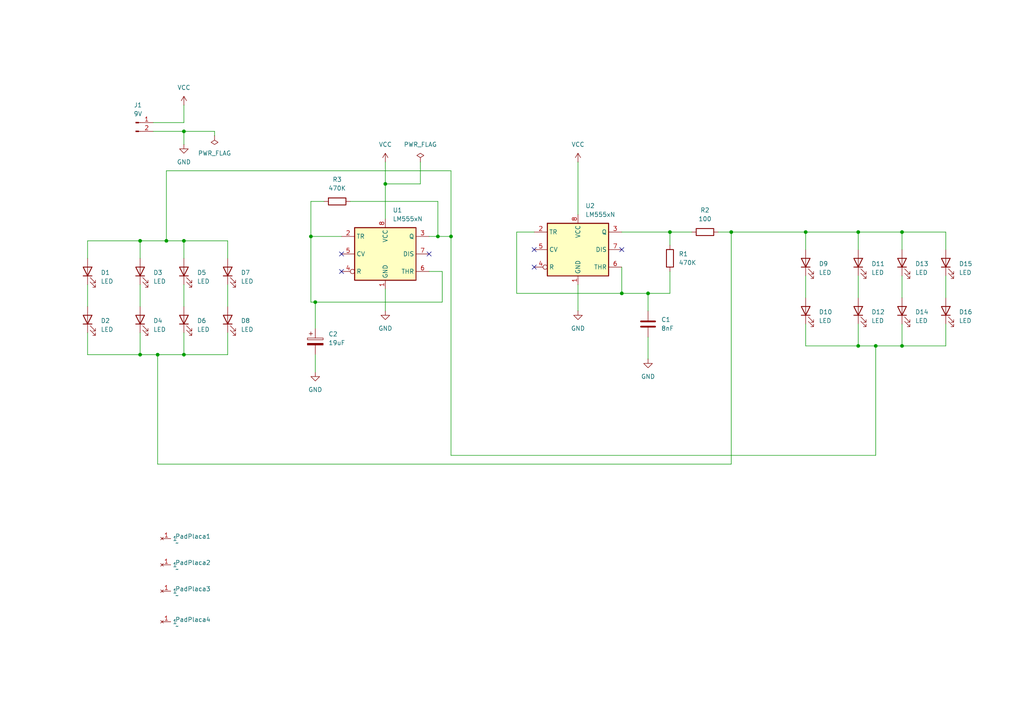
<source format=kicad_sch>
(kicad_sch
	(version 20250114)
	(generator "eeschema")
	(generator_version "9.0")
	(uuid "629790ec-c786-4487-8574-ab7b004c5c05")
	(paper "A4")
	(title_block
		(title "Simulador luces policia")
		(date "2026-01-07")
		(rev "1.0")
		(company "Kits de electronica")
	)
	(lib_symbols
		(symbol "Connector:Conn_01x02_Pin"
			(pin_names
				(offset 1.016)
				(hide yes)
			)
			(exclude_from_sim no)
			(in_bom yes)
			(on_board yes)
			(property "Reference" "J"
				(at 0 2.54 0)
				(effects
					(font
						(size 1.27 1.27)
					)
				)
			)
			(property "Value" "Conn_01x02_Pin"
				(at 0 -5.08 0)
				(effects
					(font
						(size 1.27 1.27)
					)
				)
			)
			(property "Footprint" ""
				(at 0 0 0)
				(effects
					(font
						(size 1.27 1.27)
					)
					(hide yes)
				)
			)
			(property "Datasheet" "~"
				(at 0 0 0)
				(effects
					(font
						(size 1.27 1.27)
					)
					(hide yes)
				)
			)
			(property "Description" "Generic connector, single row, 01x02, script generated"
				(at 0 0 0)
				(effects
					(font
						(size 1.27 1.27)
					)
					(hide yes)
				)
			)
			(property "ki_locked" ""
				(at 0 0 0)
				(effects
					(font
						(size 1.27 1.27)
					)
				)
			)
			(property "ki_keywords" "connector"
				(at 0 0 0)
				(effects
					(font
						(size 1.27 1.27)
					)
					(hide yes)
				)
			)
			(property "ki_fp_filters" "Connector*:*_1x??_*"
				(at 0 0 0)
				(effects
					(font
						(size 1.27 1.27)
					)
					(hide yes)
				)
			)
			(symbol "Conn_01x02_Pin_1_1"
				(rectangle
					(start 0.8636 0.127)
					(end 0 -0.127)
					(stroke
						(width 0.1524)
						(type default)
					)
					(fill
						(type outline)
					)
				)
				(rectangle
					(start 0.8636 -2.413)
					(end 0 -2.667)
					(stroke
						(width 0.1524)
						(type default)
					)
					(fill
						(type outline)
					)
				)
				(polyline
					(pts
						(xy 1.27 0) (xy 0.8636 0)
					)
					(stroke
						(width 0.1524)
						(type default)
					)
					(fill
						(type none)
					)
				)
				(polyline
					(pts
						(xy 1.27 -2.54) (xy 0.8636 -2.54)
					)
					(stroke
						(width 0.1524)
						(type default)
					)
					(fill
						(type none)
					)
				)
				(pin passive line
					(at 5.08 0 180)
					(length 3.81)
					(name "Pin_1"
						(effects
							(font
								(size 1.27 1.27)
							)
						)
					)
					(number "1"
						(effects
							(font
								(size 1.27 1.27)
							)
						)
					)
				)
				(pin passive line
					(at 5.08 -2.54 180)
					(length 3.81)
					(name "Pin_2"
						(effects
							(font
								(size 1.27 1.27)
							)
						)
					)
					(number "2"
						(effects
							(font
								(size 1.27 1.27)
							)
						)
					)
				)
			)
			(embedded_fonts no)
		)
		(symbol "Device:C"
			(pin_numbers
				(hide yes)
			)
			(pin_names
				(offset 0.254)
			)
			(exclude_from_sim no)
			(in_bom yes)
			(on_board yes)
			(property "Reference" "C"
				(at 0.635 2.54 0)
				(effects
					(font
						(size 1.27 1.27)
					)
					(justify left)
				)
			)
			(property "Value" "C"
				(at 0.635 -2.54 0)
				(effects
					(font
						(size 1.27 1.27)
					)
					(justify left)
				)
			)
			(property "Footprint" ""
				(at 0.9652 -3.81 0)
				(effects
					(font
						(size 1.27 1.27)
					)
					(hide yes)
				)
			)
			(property "Datasheet" "~"
				(at 0 0 0)
				(effects
					(font
						(size 1.27 1.27)
					)
					(hide yes)
				)
			)
			(property "Description" "Unpolarized capacitor"
				(at 0 0 0)
				(effects
					(font
						(size 1.27 1.27)
					)
					(hide yes)
				)
			)
			(property "ki_keywords" "cap capacitor"
				(at 0 0 0)
				(effects
					(font
						(size 1.27 1.27)
					)
					(hide yes)
				)
			)
			(property "ki_fp_filters" "C_*"
				(at 0 0 0)
				(effects
					(font
						(size 1.27 1.27)
					)
					(hide yes)
				)
			)
			(symbol "C_0_1"
				(polyline
					(pts
						(xy -2.032 0.762) (xy 2.032 0.762)
					)
					(stroke
						(width 0.508)
						(type default)
					)
					(fill
						(type none)
					)
				)
				(polyline
					(pts
						(xy -2.032 -0.762) (xy 2.032 -0.762)
					)
					(stroke
						(width 0.508)
						(type default)
					)
					(fill
						(type none)
					)
				)
			)
			(symbol "C_1_1"
				(pin passive line
					(at 0 3.81 270)
					(length 2.794)
					(name "~"
						(effects
							(font
								(size 1.27 1.27)
							)
						)
					)
					(number "1"
						(effects
							(font
								(size 1.27 1.27)
							)
						)
					)
				)
				(pin passive line
					(at 0 -3.81 90)
					(length 2.794)
					(name "~"
						(effects
							(font
								(size 1.27 1.27)
							)
						)
					)
					(number "2"
						(effects
							(font
								(size 1.27 1.27)
							)
						)
					)
				)
			)
			(embedded_fonts no)
		)
		(symbol "Device:C_Polarized"
			(pin_numbers
				(hide yes)
			)
			(pin_names
				(offset 0.254)
			)
			(exclude_from_sim no)
			(in_bom yes)
			(on_board yes)
			(property "Reference" "C"
				(at 0.635 2.54 0)
				(effects
					(font
						(size 1.27 1.27)
					)
					(justify left)
				)
			)
			(property "Value" "C_Polarized"
				(at 0.635 -2.54 0)
				(effects
					(font
						(size 1.27 1.27)
					)
					(justify left)
				)
			)
			(property "Footprint" ""
				(at 0.9652 -3.81 0)
				(effects
					(font
						(size 1.27 1.27)
					)
					(hide yes)
				)
			)
			(property "Datasheet" "~"
				(at 0 0 0)
				(effects
					(font
						(size 1.27 1.27)
					)
					(hide yes)
				)
			)
			(property "Description" "Polarized capacitor"
				(at 0 0 0)
				(effects
					(font
						(size 1.27 1.27)
					)
					(hide yes)
				)
			)
			(property "ki_keywords" "cap capacitor"
				(at 0 0 0)
				(effects
					(font
						(size 1.27 1.27)
					)
					(hide yes)
				)
			)
			(property "ki_fp_filters" "CP_*"
				(at 0 0 0)
				(effects
					(font
						(size 1.27 1.27)
					)
					(hide yes)
				)
			)
			(symbol "C_Polarized_0_1"
				(rectangle
					(start -2.286 0.508)
					(end 2.286 1.016)
					(stroke
						(width 0)
						(type default)
					)
					(fill
						(type none)
					)
				)
				(polyline
					(pts
						(xy -1.778 2.286) (xy -0.762 2.286)
					)
					(stroke
						(width 0)
						(type default)
					)
					(fill
						(type none)
					)
				)
				(polyline
					(pts
						(xy -1.27 2.794) (xy -1.27 1.778)
					)
					(stroke
						(width 0)
						(type default)
					)
					(fill
						(type none)
					)
				)
				(rectangle
					(start 2.286 -0.508)
					(end -2.286 -1.016)
					(stroke
						(width 0)
						(type default)
					)
					(fill
						(type outline)
					)
				)
			)
			(symbol "C_Polarized_1_1"
				(pin passive line
					(at 0 3.81 270)
					(length 2.794)
					(name "~"
						(effects
							(font
								(size 1.27 1.27)
							)
						)
					)
					(number "1"
						(effects
							(font
								(size 1.27 1.27)
							)
						)
					)
				)
				(pin passive line
					(at 0 -3.81 90)
					(length 2.794)
					(name "~"
						(effects
							(font
								(size 1.27 1.27)
							)
						)
					)
					(number "2"
						(effects
							(font
								(size 1.27 1.27)
							)
						)
					)
				)
			)
			(embedded_fonts no)
		)
		(symbol "Device:LED"
			(pin_numbers
				(hide yes)
			)
			(pin_names
				(offset 1.016)
				(hide yes)
			)
			(exclude_from_sim no)
			(in_bom yes)
			(on_board yes)
			(property "Reference" "D"
				(at 0 2.54 0)
				(effects
					(font
						(size 1.27 1.27)
					)
				)
			)
			(property "Value" "LED"
				(at 0 -2.54 0)
				(effects
					(font
						(size 1.27 1.27)
					)
				)
			)
			(property "Footprint" ""
				(at 0 0 0)
				(effects
					(font
						(size 1.27 1.27)
					)
					(hide yes)
				)
			)
			(property "Datasheet" "~"
				(at 0 0 0)
				(effects
					(font
						(size 1.27 1.27)
					)
					(hide yes)
				)
			)
			(property "Description" "Light emitting diode"
				(at 0 0 0)
				(effects
					(font
						(size 1.27 1.27)
					)
					(hide yes)
				)
			)
			(property "Sim.Pins" "1=K 2=A"
				(at 0 0 0)
				(effects
					(font
						(size 1.27 1.27)
					)
					(hide yes)
				)
			)
			(property "ki_keywords" "LED diode"
				(at 0 0 0)
				(effects
					(font
						(size 1.27 1.27)
					)
					(hide yes)
				)
			)
			(property "ki_fp_filters" "LED* LED_SMD:* LED_THT:*"
				(at 0 0 0)
				(effects
					(font
						(size 1.27 1.27)
					)
					(hide yes)
				)
			)
			(symbol "LED_0_1"
				(polyline
					(pts
						(xy -3.048 -0.762) (xy -4.572 -2.286) (xy -3.81 -2.286) (xy -4.572 -2.286) (xy -4.572 -1.524)
					)
					(stroke
						(width 0)
						(type default)
					)
					(fill
						(type none)
					)
				)
				(polyline
					(pts
						(xy -1.778 -0.762) (xy -3.302 -2.286) (xy -2.54 -2.286) (xy -3.302 -2.286) (xy -3.302 -1.524)
					)
					(stroke
						(width 0)
						(type default)
					)
					(fill
						(type none)
					)
				)
				(polyline
					(pts
						(xy -1.27 0) (xy 1.27 0)
					)
					(stroke
						(width 0)
						(type default)
					)
					(fill
						(type none)
					)
				)
				(polyline
					(pts
						(xy -1.27 -1.27) (xy -1.27 1.27)
					)
					(stroke
						(width 0.254)
						(type default)
					)
					(fill
						(type none)
					)
				)
				(polyline
					(pts
						(xy 1.27 -1.27) (xy 1.27 1.27) (xy -1.27 0) (xy 1.27 -1.27)
					)
					(stroke
						(width 0.254)
						(type default)
					)
					(fill
						(type none)
					)
				)
			)
			(symbol "LED_1_1"
				(pin passive line
					(at -3.81 0 0)
					(length 2.54)
					(name "K"
						(effects
							(font
								(size 1.27 1.27)
							)
						)
					)
					(number "1"
						(effects
							(font
								(size 1.27 1.27)
							)
						)
					)
				)
				(pin passive line
					(at 3.81 0 180)
					(length 2.54)
					(name "A"
						(effects
							(font
								(size 1.27 1.27)
							)
						)
					)
					(number "2"
						(effects
							(font
								(size 1.27 1.27)
							)
						)
					)
				)
			)
			(embedded_fonts no)
		)
		(symbol "Device:R"
			(pin_numbers
				(hide yes)
			)
			(pin_names
				(offset 0)
			)
			(exclude_from_sim no)
			(in_bom yes)
			(on_board yes)
			(property "Reference" "R"
				(at 2.032 0 90)
				(effects
					(font
						(size 1.27 1.27)
					)
				)
			)
			(property "Value" "R"
				(at 0 0 90)
				(effects
					(font
						(size 1.27 1.27)
					)
				)
			)
			(property "Footprint" ""
				(at -1.778 0 90)
				(effects
					(font
						(size 1.27 1.27)
					)
					(hide yes)
				)
			)
			(property "Datasheet" "~"
				(at 0 0 0)
				(effects
					(font
						(size 1.27 1.27)
					)
					(hide yes)
				)
			)
			(property "Description" "Resistor"
				(at 0 0 0)
				(effects
					(font
						(size 1.27 1.27)
					)
					(hide yes)
				)
			)
			(property "ki_keywords" "R res resistor"
				(at 0 0 0)
				(effects
					(font
						(size 1.27 1.27)
					)
					(hide yes)
				)
			)
			(property "ki_fp_filters" "R_*"
				(at 0 0 0)
				(effects
					(font
						(size 1.27 1.27)
					)
					(hide yes)
				)
			)
			(symbol "R_0_1"
				(rectangle
					(start -1.016 -2.54)
					(end 1.016 2.54)
					(stroke
						(width 0.254)
						(type default)
					)
					(fill
						(type none)
					)
				)
			)
			(symbol "R_1_1"
				(pin passive line
					(at 0 3.81 270)
					(length 1.27)
					(name "~"
						(effects
							(font
								(size 1.27 1.27)
							)
						)
					)
					(number "1"
						(effects
							(font
								(size 1.27 1.27)
							)
						)
					)
				)
				(pin passive line
					(at 0 -3.81 90)
					(length 1.27)
					(name "~"
						(effects
							(font
								(size 1.27 1.27)
							)
						)
					)
					(number "2"
						(effects
							(font
								(size 1.27 1.27)
							)
						)
					)
				)
			)
			(embedded_fonts no)
		)
		(symbol "Timer:LM555xN"
			(exclude_from_sim no)
			(in_bom yes)
			(on_board yes)
			(property "Reference" "U"
				(at -10.16 8.89 0)
				(effects
					(font
						(size 1.27 1.27)
					)
					(justify left)
				)
			)
			(property "Value" "LM555xN"
				(at 2.54 8.89 0)
				(effects
					(font
						(size 1.27 1.27)
					)
					(justify left)
				)
			)
			(property "Footprint" "Package_DIP:DIP-8_W7.62mm"
				(at 16.51 -10.16 0)
				(effects
					(font
						(size 1.27 1.27)
					)
					(hide yes)
				)
			)
			(property "Datasheet" "http://www.ti.com/lit/ds/symlink/lm555.pdf"
				(at 21.59 -10.16 0)
				(effects
					(font
						(size 1.27 1.27)
					)
					(hide yes)
				)
			)
			(property "Description" "Timer, 555 compatible, PDIP-8"
				(at 0 0 0)
				(effects
					(font
						(size 1.27 1.27)
					)
					(hide yes)
				)
			)
			(property "ki_keywords" "single timer 555"
				(at 0 0 0)
				(effects
					(font
						(size 1.27 1.27)
					)
					(hide yes)
				)
			)
			(property "ki_fp_filters" "DIP*W7.62mm*"
				(at 0 0 0)
				(effects
					(font
						(size 1.27 1.27)
					)
					(hide yes)
				)
			)
			(symbol "LM555xN_0_0"
				(pin power_in line
					(at 0 10.16 270)
					(length 2.54)
					(name "VCC"
						(effects
							(font
								(size 1.27 1.27)
							)
						)
					)
					(number "8"
						(effects
							(font
								(size 1.27 1.27)
							)
						)
					)
				)
				(pin power_in line
					(at 0 -10.16 90)
					(length 2.54)
					(name "GND"
						(effects
							(font
								(size 1.27 1.27)
							)
						)
					)
					(number "1"
						(effects
							(font
								(size 1.27 1.27)
							)
						)
					)
				)
			)
			(symbol "LM555xN_0_1"
				(rectangle
					(start -8.89 -7.62)
					(end 8.89 7.62)
					(stroke
						(width 0.254)
						(type default)
					)
					(fill
						(type background)
					)
				)
				(rectangle
					(start -8.89 -7.62)
					(end 8.89 7.62)
					(stroke
						(width 0.254)
						(type default)
					)
					(fill
						(type background)
					)
				)
			)
			(symbol "LM555xN_1_1"
				(pin input line
					(at -12.7 5.08 0)
					(length 3.81)
					(name "TR"
						(effects
							(font
								(size 1.27 1.27)
							)
						)
					)
					(number "2"
						(effects
							(font
								(size 1.27 1.27)
							)
						)
					)
				)
				(pin input line
					(at -12.7 0 0)
					(length 3.81)
					(name "CV"
						(effects
							(font
								(size 1.27 1.27)
							)
						)
					)
					(number "5"
						(effects
							(font
								(size 1.27 1.27)
							)
						)
					)
				)
				(pin input inverted
					(at -12.7 -5.08 0)
					(length 3.81)
					(name "R"
						(effects
							(font
								(size 1.27 1.27)
							)
						)
					)
					(number "4"
						(effects
							(font
								(size 1.27 1.27)
							)
						)
					)
				)
				(pin output line
					(at 12.7 5.08 180)
					(length 3.81)
					(name "Q"
						(effects
							(font
								(size 1.27 1.27)
							)
						)
					)
					(number "3"
						(effects
							(font
								(size 1.27 1.27)
							)
						)
					)
				)
				(pin input line
					(at 12.7 0 180)
					(length 3.81)
					(name "DIS"
						(effects
							(font
								(size 1.27 1.27)
							)
						)
					)
					(number "7"
						(effects
							(font
								(size 1.27 1.27)
							)
						)
					)
				)
				(pin input line
					(at 12.7 -5.08 180)
					(length 3.81)
					(name "THR"
						(effects
							(font
								(size 1.27 1.27)
							)
						)
					)
					(number "6"
						(effects
							(font
								(size 1.27 1.27)
							)
						)
					)
				)
			)
			(embedded_fonts no)
		)
		(symbol "missimbolos:Pad"
			(exclude_from_sim no)
			(in_bom yes)
			(on_board yes)
			(property "Reference" "PadPlaca"
				(at 0 0 0)
				(effects
					(font
						(size 1.27 1.27)
					)
				)
			)
			(property "Value" ""
				(at 0 0 0)
				(effects
					(font
						(size 1.27 1.27)
					)
				)
			)
			(property "Footprint" ""
				(at 0 0 0)
				(effects
					(font
						(size 1.27 1.27)
					)
					(hide yes)
				)
			)
			(property "Datasheet" ""
				(at 0 0 0)
				(effects
					(font
						(size 1.27 1.27)
					)
					(hide yes)
				)
			)
			(property "Description" ""
				(at 0 0 0)
				(effects
					(font
						(size 1.27 1.27)
					)
					(hide yes)
				)
			)
			(symbol "Pad_1_1"
				(pin no_connect line
					(at 0 -1.27 0)
					(length 2.54)
					(name "1"
						(effects
							(font
								(size 1.27 1.27)
							)
						)
					)
					(number "1"
						(effects
							(font
								(size 1.27 1.27)
							)
						)
					)
				)
			)
			(embedded_fonts no)
		)
		(symbol "power:GND"
			(power)
			(pin_numbers
				(hide yes)
			)
			(pin_names
				(offset 0)
				(hide yes)
			)
			(exclude_from_sim no)
			(in_bom yes)
			(on_board yes)
			(property "Reference" "#PWR"
				(at 0 -6.35 0)
				(effects
					(font
						(size 1.27 1.27)
					)
					(hide yes)
				)
			)
			(property "Value" "GND"
				(at 0 -3.81 0)
				(effects
					(font
						(size 1.27 1.27)
					)
				)
			)
			(property "Footprint" ""
				(at 0 0 0)
				(effects
					(font
						(size 1.27 1.27)
					)
					(hide yes)
				)
			)
			(property "Datasheet" ""
				(at 0 0 0)
				(effects
					(font
						(size 1.27 1.27)
					)
					(hide yes)
				)
			)
			(property "Description" "Power symbol creates a global label with name \"GND\" , ground"
				(at 0 0 0)
				(effects
					(font
						(size 1.27 1.27)
					)
					(hide yes)
				)
			)
			(property "ki_keywords" "global power"
				(at 0 0 0)
				(effects
					(font
						(size 1.27 1.27)
					)
					(hide yes)
				)
			)
			(symbol "GND_0_1"
				(polyline
					(pts
						(xy 0 0) (xy 0 -1.27) (xy 1.27 -1.27) (xy 0 -2.54) (xy -1.27 -1.27) (xy 0 -1.27)
					)
					(stroke
						(width 0)
						(type default)
					)
					(fill
						(type none)
					)
				)
			)
			(symbol "GND_1_1"
				(pin power_in line
					(at 0 0 270)
					(length 0)
					(name "~"
						(effects
							(font
								(size 1.27 1.27)
							)
						)
					)
					(number "1"
						(effects
							(font
								(size 1.27 1.27)
							)
						)
					)
				)
			)
			(embedded_fonts no)
		)
		(symbol "power:PWR_FLAG"
			(power)
			(pin_numbers
				(hide yes)
			)
			(pin_names
				(offset 0)
				(hide yes)
			)
			(exclude_from_sim no)
			(in_bom yes)
			(on_board yes)
			(property "Reference" "#FLG"
				(at 0 1.905 0)
				(effects
					(font
						(size 1.27 1.27)
					)
					(hide yes)
				)
			)
			(property "Value" "PWR_FLAG"
				(at 0 3.81 0)
				(effects
					(font
						(size 1.27 1.27)
					)
				)
			)
			(property "Footprint" ""
				(at 0 0 0)
				(effects
					(font
						(size 1.27 1.27)
					)
					(hide yes)
				)
			)
			(property "Datasheet" "~"
				(at 0 0 0)
				(effects
					(font
						(size 1.27 1.27)
					)
					(hide yes)
				)
			)
			(property "Description" "Special symbol for telling ERC where power comes from"
				(at 0 0 0)
				(effects
					(font
						(size 1.27 1.27)
					)
					(hide yes)
				)
			)
			(property "ki_keywords" "flag power"
				(at 0 0 0)
				(effects
					(font
						(size 1.27 1.27)
					)
					(hide yes)
				)
			)
			(symbol "PWR_FLAG_0_0"
				(pin power_out line
					(at 0 0 90)
					(length 0)
					(name "~"
						(effects
							(font
								(size 1.27 1.27)
							)
						)
					)
					(number "1"
						(effects
							(font
								(size 1.27 1.27)
							)
						)
					)
				)
			)
			(symbol "PWR_FLAG_0_1"
				(polyline
					(pts
						(xy 0 0) (xy 0 1.27) (xy -1.016 1.905) (xy 0 2.54) (xy 1.016 1.905) (xy 0 1.27)
					)
					(stroke
						(width 0)
						(type default)
					)
					(fill
						(type none)
					)
				)
			)
			(embedded_fonts no)
		)
		(symbol "power:VCC"
			(power)
			(pin_numbers
				(hide yes)
			)
			(pin_names
				(offset 0)
				(hide yes)
			)
			(exclude_from_sim no)
			(in_bom yes)
			(on_board yes)
			(property "Reference" "#PWR"
				(at 0 -3.81 0)
				(effects
					(font
						(size 1.27 1.27)
					)
					(hide yes)
				)
			)
			(property "Value" "VCC"
				(at 0 3.556 0)
				(effects
					(font
						(size 1.27 1.27)
					)
				)
			)
			(property "Footprint" ""
				(at 0 0 0)
				(effects
					(font
						(size 1.27 1.27)
					)
					(hide yes)
				)
			)
			(property "Datasheet" ""
				(at 0 0 0)
				(effects
					(font
						(size 1.27 1.27)
					)
					(hide yes)
				)
			)
			(property "Description" "Power symbol creates a global label with name \"VCC\""
				(at 0 0 0)
				(effects
					(font
						(size 1.27 1.27)
					)
					(hide yes)
				)
			)
			(property "ki_keywords" "global power"
				(at 0 0 0)
				(effects
					(font
						(size 1.27 1.27)
					)
					(hide yes)
				)
			)
			(symbol "VCC_0_1"
				(polyline
					(pts
						(xy -0.762 1.27) (xy 0 2.54)
					)
					(stroke
						(width 0)
						(type default)
					)
					(fill
						(type none)
					)
				)
				(polyline
					(pts
						(xy 0 2.54) (xy 0.762 1.27)
					)
					(stroke
						(width 0)
						(type default)
					)
					(fill
						(type none)
					)
				)
				(polyline
					(pts
						(xy 0 0) (xy 0 2.54)
					)
					(stroke
						(width 0)
						(type default)
					)
					(fill
						(type none)
					)
				)
			)
			(symbol "VCC_1_1"
				(pin power_in line
					(at 0 0 90)
					(length 0)
					(name "~"
						(effects
							(font
								(size 1.27 1.27)
							)
						)
					)
					(number "1"
						(effects
							(font
								(size 1.27 1.27)
							)
						)
					)
				)
			)
			(embedded_fonts no)
		)
	)
	(junction
		(at 40.64 102.87)
		(diameter 0)
		(color 0 0 0 0)
		(uuid "07498b4f-21ac-4b76-86ad-cba926b05e41")
	)
	(junction
		(at 248.92 100.33)
		(diameter 0)
		(color 0 0 0 0)
		(uuid "092d95c6-8e6a-4a89-beae-5e19e8d3902f")
	)
	(junction
		(at 233.68 67.31)
		(diameter 0)
		(color 0 0 0 0)
		(uuid "0cd384b8-c3a7-437d-9a80-e801b603158f")
	)
	(junction
		(at 48.26 69.85)
		(diameter 0)
		(color 0 0 0 0)
		(uuid "21e10e05-213f-488b-95a2-5f1f86af65ef")
	)
	(junction
		(at 130.81 68.58)
		(diameter 0)
		(color 0 0 0 0)
		(uuid "357e4045-c194-463b-bf23-0d0db0e3f33f")
	)
	(junction
		(at 53.34 69.85)
		(diameter 0)
		(color 0 0 0 0)
		(uuid "457f27c3-e49b-4278-8477-b7f240bb863e")
	)
	(junction
		(at 91.44 87.63)
		(diameter 0)
		(color 0 0 0 0)
		(uuid "4daa989c-491c-46fb-ab66-ab4180c726e7")
	)
	(junction
		(at 45.72 102.87)
		(diameter 0)
		(color 0 0 0 0)
		(uuid "5d089598-1e01-45fb-bf0e-3c3695c5c07f")
	)
	(junction
		(at 187.96 85.09)
		(diameter 0)
		(color 0 0 0 0)
		(uuid "5e74d292-9598-4560-b543-0bcf631b0ddd")
	)
	(junction
		(at 212.09 67.31)
		(diameter 0)
		(color 0 0 0 0)
		(uuid "629d8914-d4f3-4b07-8df6-95a6efe93569")
	)
	(junction
		(at 111.76 53.34)
		(diameter 0)
		(color 0 0 0 0)
		(uuid "69d08975-698c-42da-ac4d-674aacf8b6f1")
	)
	(junction
		(at 194.31 67.31)
		(diameter 0)
		(color 0 0 0 0)
		(uuid "6c8c848e-b7fc-482f-8543-60ed16b5f0fe")
	)
	(junction
		(at 40.64 69.85)
		(diameter 0)
		(color 0 0 0 0)
		(uuid "716fb9f4-982b-445b-a74b-c156585b85b6")
	)
	(junction
		(at 261.62 100.33)
		(diameter 0)
		(color 0 0 0 0)
		(uuid "96a7e154-5ad6-4e31-913e-76167bfc07d1")
	)
	(junction
		(at 90.17 68.58)
		(diameter 0)
		(color 0 0 0 0)
		(uuid "a4ef6f8e-3d85-4f3c-a38a-3852630afe2d")
	)
	(junction
		(at 254 100.33)
		(diameter 0)
		(color 0 0 0 0)
		(uuid "a71a13ae-6580-4cd2-addb-fdbbad9a62a2")
	)
	(junction
		(at 261.62 67.31)
		(diameter 0)
		(color 0 0 0 0)
		(uuid "c7aacde9-fe3c-46f2-a2ac-32284f70d70e")
	)
	(junction
		(at 248.92 67.31)
		(diameter 0)
		(color 0 0 0 0)
		(uuid "cd3615a1-d8a3-4808-a69e-4dfe4037d9d1")
	)
	(junction
		(at 180.34 85.09)
		(diameter 0)
		(color 0 0 0 0)
		(uuid "d1916ac5-eff1-474a-affa-535acaafd3b1")
	)
	(junction
		(at 53.34 38.1)
		(diameter 0)
		(color 0 0 0 0)
		(uuid "d49dfb7c-eb6c-4fec-8a16-c8d3947e93d6")
	)
	(junction
		(at 53.34 102.87)
		(diameter 0)
		(color 0 0 0 0)
		(uuid "e9b5cf0c-72e9-474f-8c92-3c82c078ad7f")
	)
	(junction
		(at 127 68.58)
		(diameter 0)
		(color 0 0 0 0)
		(uuid "f8b34557-08f1-445f-8168-1ef079226646")
	)
	(no_connect
		(at 99.06 78.74)
		(uuid "1a52f5fb-43a1-4cce-84cb-8386a12442fa")
	)
	(no_connect
		(at 99.06 73.66)
		(uuid "3dd0732a-6bf1-449e-b1a6-a764d7906d06")
	)
	(no_connect
		(at 180.34 72.39)
		(uuid "80f5f02b-fa51-4d8c-a108-d0c4d377079e")
	)
	(no_connect
		(at 124.46 73.66)
		(uuid "91054e6e-e561-4eb4-808f-3520eaa09c5d")
	)
	(no_connect
		(at 154.94 72.39)
		(uuid "b6930f69-3c4e-4ada-9bc2-150ade798cc9")
	)
	(no_connect
		(at 154.94 77.47)
		(uuid "b76dceda-7eb2-46dc-bd7b-61dc21f43486")
	)
	(wire
		(pts
			(xy 212.09 67.31) (xy 212.09 134.62)
		)
		(stroke
			(width 0)
			(type default)
		)
		(uuid "02cb5f68-69a8-4949-a8fb-e1c8d12036b3")
	)
	(wire
		(pts
			(xy 62.23 39.37) (xy 62.23 38.1)
		)
		(stroke
			(width 0)
			(type default)
		)
		(uuid "051a4f38-24b3-4488-ad02-271ca1677c79")
	)
	(wire
		(pts
			(xy 130.81 68.58) (xy 127 68.58)
		)
		(stroke
			(width 0)
			(type default)
		)
		(uuid "11860ebc-c384-4067-b54c-bfa142a31345")
	)
	(wire
		(pts
			(xy 48.26 69.85) (xy 53.34 69.85)
		)
		(stroke
			(width 0)
			(type default)
		)
		(uuid "147ffefc-979e-4a4b-86ca-ac7a2c55c3bc")
	)
	(wire
		(pts
			(xy 128.27 87.63) (xy 91.44 87.63)
		)
		(stroke
			(width 0)
			(type default)
		)
		(uuid "1723217c-d3d2-4344-a20e-56a28f3363d2")
	)
	(wire
		(pts
			(xy 111.76 53.34) (xy 111.76 63.5)
		)
		(stroke
			(width 0)
			(type default)
		)
		(uuid "17956d19-e705-472b-bde7-240283627529")
	)
	(wire
		(pts
			(xy 149.86 85.09) (xy 149.86 67.31)
		)
		(stroke
			(width 0)
			(type default)
		)
		(uuid "20535560-caae-4dc5-bfc9-a00c4815712d")
	)
	(wire
		(pts
			(xy 90.17 58.42) (xy 90.17 68.58)
		)
		(stroke
			(width 0)
			(type default)
		)
		(uuid "21ea6b9e-d785-42ba-921c-3c790d9b21fd")
	)
	(wire
		(pts
			(xy 91.44 87.63) (xy 90.17 87.63)
		)
		(stroke
			(width 0)
			(type default)
		)
		(uuid "2438b385-6552-4f83-b477-9d471af3e43c")
	)
	(wire
		(pts
			(xy 44.45 35.56) (xy 53.34 35.56)
		)
		(stroke
			(width 0)
			(type default)
		)
		(uuid "246616f0-7b51-4a22-a83d-d342c66c99ed")
	)
	(wire
		(pts
			(xy 45.72 134.62) (xy 45.72 102.87)
		)
		(stroke
			(width 0)
			(type default)
		)
		(uuid "28eaafbe-0fb2-474c-9e67-8105477d697c")
	)
	(wire
		(pts
			(xy 274.32 67.31) (xy 274.32 72.39)
		)
		(stroke
			(width 0)
			(type default)
		)
		(uuid "2b11c3c8-77db-4198-91d2-033844d89a36")
	)
	(wire
		(pts
			(xy 254 132.08) (xy 254 100.33)
		)
		(stroke
			(width 0)
			(type default)
		)
		(uuid "2b460299-212d-49cb-9c7f-a4e4d7beb65e")
	)
	(wire
		(pts
			(xy 25.4 102.87) (xy 40.64 102.87)
		)
		(stroke
			(width 0)
			(type default)
		)
		(uuid "2ddb62aa-e64b-4f8f-b42e-2eb6f85b7211")
	)
	(wire
		(pts
			(xy 130.81 68.58) (xy 130.81 132.08)
		)
		(stroke
			(width 0)
			(type default)
		)
		(uuid "2f8b0345-1305-4182-9aab-8b634d37ac72")
	)
	(wire
		(pts
			(xy 53.34 38.1) (xy 53.34 41.91)
		)
		(stroke
			(width 0)
			(type default)
		)
		(uuid "2fe2c93c-f29d-4ada-b63d-b06ab2dec767")
	)
	(wire
		(pts
			(xy 124.46 78.74) (xy 128.27 78.74)
		)
		(stroke
			(width 0)
			(type default)
		)
		(uuid "3547fdb1-3ba9-43e4-88bc-352162265137")
	)
	(wire
		(pts
			(xy 254 100.33) (xy 261.62 100.33)
		)
		(stroke
			(width 0)
			(type default)
		)
		(uuid "39972b59-9657-4b5b-b981-a1d9d8a92be9")
	)
	(wire
		(pts
			(xy 25.4 69.85) (xy 40.64 69.85)
		)
		(stroke
			(width 0)
			(type default)
		)
		(uuid "3f3fdf8d-7b23-48df-a71b-7fcc6fb94fd1")
	)
	(wire
		(pts
			(xy 93.98 58.42) (xy 90.17 58.42)
		)
		(stroke
			(width 0)
			(type default)
		)
		(uuid "416a761d-acef-497f-8576-8fdec0bf171a")
	)
	(wire
		(pts
			(xy 111.76 46.99) (xy 111.76 53.34)
		)
		(stroke
			(width 0)
			(type default)
		)
		(uuid "4207c029-50d1-4a36-a6c0-c60670e555c9")
	)
	(wire
		(pts
			(xy 233.68 100.33) (xy 248.92 100.33)
		)
		(stroke
			(width 0)
			(type default)
		)
		(uuid "42782cb7-c504-41b9-bc11-eb28f910b07d")
	)
	(wire
		(pts
			(xy 248.92 100.33) (xy 254 100.33)
		)
		(stroke
			(width 0)
			(type default)
		)
		(uuid "44a61ca1-c96e-4281-96c0-ddd5017b82f6")
	)
	(wire
		(pts
			(xy 128.27 78.74) (xy 128.27 87.63)
		)
		(stroke
			(width 0)
			(type default)
		)
		(uuid "4fe656f7-9bd3-4303-af5b-3b1072d77781")
	)
	(wire
		(pts
			(xy 40.64 69.85) (xy 40.64 74.93)
		)
		(stroke
			(width 0)
			(type default)
		)
		(uuid "54760bd0-04ed-43b9-a9a3-2c2694ca1e9a")
	)
	(wire
		(pts
			(xy 40.64 96.52) (xy 40.64 102.87)
		)
		(stroke
			(width 0)
			(type default)
		)
		(uuid "57843656-e3ca-4e22-a50b-f6978ee261dc")
	)
	(wire
		(pts
			(xy 25.4 96.52) (xy 25.4 102.87)
		)
		(stroke
			(width 0)
			(type default)
		)
		(uuid "58b4e07b-daca-495a-ab75-c5d314fc0dcc")
	)
	(wire
		(pts
			(xy 187.96 85.09) (xy 187.96 90.17)
		)
		(stroke
			(width 0)
			(type default)
		)
		(uuid "5b127f5e-78a1-42f2-b9e9-8c09a79805df")
	)
	(wire
		(pts
			(xy 233.68 93.98) (xy 233.68 100.33)
		)
		(stroke
			(width 0)
			(type default)
		)
		(uuid "60052c3a-8c1a-45f1-a0cd-6c47369a0f04")
	)
	(wire
		(pts
			(xy 45.72 102.87) (xy 53.34 102.87)
		)
		(stroke
			(width 0)
			(type default)
		)
		(uuid "64068afc-6277-4e7e-95b4-80aa065da624")
	)
	(wire
		(pts
			(xy 101.6 58.42) (xy 127 58.42)
		)
		(stroke
			(width 0)
			(type default)
		)
		(uuid "6649494c-02cf-42b2-95da-c4afcc13d7e9")
	)
	(wire
		(pts
			(xy 25.4 74.93) (xy 25.4 69.85)
		)
		(stroke
			(width 0)
			(type default)
		)
		(uuid "6aafd25c-1791-4141-948c-a518edcb09c6")
	)
	(wire
		(pts
			(xy 274.32 100.33) (xy 274.32 93.98)
		)
		(stroke
			(width 0)
			(type default)
		)
		(uuid "6ce5e9ce-35de-442e-a0da-d5ad26e3cf80")
	)
	(wire
		(pts
			(xy 40.64 82.55) (xy 40.64 88.9)
		)
		(stroke
			(width 0)
			(type default)
		)
		(uuid "6d230e17-10bd-489c-aac2-f9c52b7ed2d5")
	)
	(wire
		(pts
			(xy 233.68 72.39) (xy 233.68 67.31)
		)
		(stroke
			(width 0)
			(type default)
		)
		(uuid "6e9f2a82-8ee8-4459-8c54-66ae69cbd6af")
	)
	(wire
		(pts
			(xy 261.62 67.31) (xy 274.32 67.31)
		)
		(stroke
			(width 0)
			(type default)
		)
		(uuid "6f61bb12-5150-4459-81be-90ea717b17a2")
	)
	(wire
		(pts
			(xy 91.44 102.87) (xy 91.44 107.95)
		)
		(stroke
			(width 0)
			(type default)
		)
		(uuid "72e50990-7269-4f59-9430-275b1e87af50")
	)
	(wire
		(pts
			(xy 248.92 93.98) (xy 248.92 100.33)
		)
		(stroke
			(width 0)
			(type default)
		)
		(uuid "766375ee-3db7-4f2f-92a7-0b297126d3eb")
	)
	(wire
		(pts
			(xy 248.92 67.31) (xy 261.62 67.31)
		)
		(stroke
			(width 0)
			(type default)
		)
		(uuid "78e8c9e2-78d0-432a-832a-7f2cb8663613")
	)
	(wire
		(pts
			(xy 127 58.42) (xy 127 68.58)
		)
		(stroke
			(width 0)
			(type default)
		)
		(uuid "79ea3780-f9a7-493a-9236-2ae842d8184a")
	)
	(wire
		(pts
			(xy 194.31 67.31) (xy 180.34 67.31)
		)
		(stroke
			(width 0)
			(type default)
		)
		(uuid "7a1ed930-9a6b-4583-9cee-438a665b9588")
	)
	(wire
		(pts
			(xy 194.31 67.31) (xy 200.66 67.31)
		)
		(stroke
			(width 0)
			(type default)
		)
		(uuid "7aa79ff5-3b81-4a0d-b238-f7fc6f6234c8")
	)
	(wire
		(pts
			(xy 90.17 87.63) (xy 90.17 68.58)
		)
		(stroke
			(width 0)
			(type default)
		)
		(uuid "7bef756e-620e-4a86-88ce-822c0bde5a85")
	)
	(wire
		(pts
			(xy 62.23 38.1) (xy 53.34 38.1)
		)
		(stroke
			(width 0)
			(type default)
		)
		(uuid "7bf8e292-1bb8-476c-8c42-f9bbe4cdb1bf")
	)
	(wire
		(pts
			(xy 187.96 85.09) (xy 194.31 85.09)
		)
		(stroke
			(width 0)
			(type default)
		)
		(uuid "7c3b3c5d-4682-4bfd-b358-403df5709fb6")
	)
	(wire
		(pts
			(xy 149.86 67.31) (xy 154.94 67.31)
		)
		(stroke
			(width 0)
			(type default)
		)
		(uuid "7ccbe6db-c064-4971-a6fb-f70384bdd051")
	)
	(wire
		(pts
			(xy 53.34 82.55) (xy 53.34 88.9)
		)
		(stroke
			(width 0)
			(type default)
		)
		(uuid "82c7f703-7d86-455d-b66e-2b4287efae33")
	)
	(wire
		(pts
			(xy 91.44 87.63) (xy 91.44 95.25)
		)
		(stroke
			(width 0)
			(type default)
		)
		(uuid "8388ae79-b0be-4b1a-a74b-d165ef87f471")
	)
	(wire
		(pts
			(xy 121.92 46.99) (xy 121.92 53.34)
		)
		(stroke
			(width 0)
			(type default)
		)
		(uuid "846b1a13-d7c0-48d9-90b5-8cbe1e322688")
	)
	(wire
		(pts
			(xy 261.62 67.31) (xy 261.62 72.39)
		)
		(stroke
			(width 0)
			(type default)
		)
		(uuid "8a2c8025-2963-47a3-85a5-903fa5f339ef")
	)
	(wire
		(pts
			(xy 167.64 82.55) (xy 167.64 90.17)
		)
		(stroke
			(width 0)
			(type default)
		)
		(uuid "8aeab8b5-4f63-4a7c-85e7-e68d12a0445e")
	)
	(wire
		(pts
			(xy 261.62 80.01) (xy 261.62 86.36)
		)
		(stroke
			(width 0)
			(type default)
		)
		(uuid "8e6b90ce-0b1a-4256-b1a1-8177b825e6b3")
	)
	(wire
		(pts
			(xy 90.17 68.58) (xy 99.06 68.58)
		)
		(stroke
			(width 0)
			(type default)
		)
		(uuid "8f604978-d791-48e4-a1d2-5b12fa73255b")
	)
	(wire
		(pts
			(xy 53.34 102.87) (xy 66.04 102.87)
		)
		(stroke
			(width 0)
			(type default)
		)
		(uuid "91c86ba1-773f-46dd-9b9e-2d567ed46670")
	)
	(wire
		(pts
			(xy 167.64 46.99) (xy 167.64 62.23)
		)
		(stroke
			(width 0)
			(type default)
		)
		(uuid "9fff6074-fa7e-490c-942f-8ff6183a6eb2")
	)
	(wire
		(pts
			(xy 194.31 85.09) (xy 194.31 78.74)
		)
		(stroke
			(width 0)
			(type default)
		)
		(uuid "a0b2ec40-bd5f-4493-8428-97434f2e3815")
	)
	(wire
		(pts
			(xy 48.26 49.53) (xy 130.81 49.53)
		)
		(stroke
			(width 0)
			(type default)
		)
		(uuid "a3733c6d-db88-45a6-b1fd-513445b4b3e4")
	)
	(wire
		(pts
			(xy 25.4 82.55) (xy 25.4 88.9)
		)
		(stroke
			(width 0)
			(type default)
		)
		(uuid "a409ba0d-1296-48a4-93fa-d18b1d710ab0")
	)
	(wire
		(pts
			(xy 121.92 53.34) (xy 111.76 53.34)
		)
		(stroke
			(width 0)
			(type default)
		)
		(uuid "a4abdccb-94c4-4f9e-945c-a414b3647ee0")
	)
	(wire
		(pts
			(xy 261.62 93.98) (xy 261.62 100.33)
		)
		(stroke
			(width 0)
			(type default)
		)
		(uuid "a4c2df26-89a0-4bbc-a322-f9809ccf7936")
	)
	(wire
		(pts
			(xy 194.31 71.12) (xy 194.31 67.31)
		)
		(stroke
			(width 0)
			(type default)
		)
		(uuid "a540c607-56e0-433b-acc3-89985c294607")
	)
	(wire
		(pts
			(xy 66.04 102.87) (xy 66.04 96.52)
		)
		(stroke
			(width 0)
			(type default)
		)
		(uuid "a6609dda-77e2-4322-bdaa-aaf97cd319f7")
	)
	(wire
		(pts
			(xy 53.34 96.52) (xy 53.34 102.87)
		)
		(stroke
			(width 0)
			(type default)
		)
		(uuid "aa499c22-8512-4a04-869d-8d808dfc6458")
	)
	(wire
		(pts
			(xy 233.68 67.31) (xy 212.09 67.31)
		)
		(stroke
			(width 0)
			(type default)
		)
		(uuid "ad807882-2f46-446b-9abf-aa12655372d3")
	)
	(wire
		(pts
			(xy 53.34 35.56) (xy 53.34 30.48)
		)
		(stroke
			(width 0)
			(type default)
		)
		(uuid "ae42f264-19eb-4dde-b9a7-87a7b261a39c")
	)
	(wire
		(pts
			(xy 127 68.58) (xy 124.46 68.58)
		)
		(stroke
			(width 0)
			(type default)
		)
		(uuid "b3a7b988-bc4f-47ed-8696-b94a8dfca4ef")
	)
	(wire
		(pts
			(xy 233.68 80.01) (xy 233.68 86.36)
		)
		(stroke
			(width 0)
			(type default)
		)
		(uuid "b67f9ef0-1417-4723-8c82-6887b59e2d83")
	)
	(wire
		(pts
			(xy 233.68 67.31) (xy 248.92 67.31)
		)
		(stroke
			(width 0)
			(type default)
		)
		(uuid "b7beab9b-4ed6-43f4-84ce-59f64953a8ff")
	)
	(wire
		(pts
			(xy 111.76 83.82) (xy 111.76 90.17)
		)
		(stroke
			(width 0)
			(type default)
		)
		(uuid "b86d40db-8ed4-4a1e-a694-0e03eba33062")
	)
	(wire
		(pts
			(xy 261.62 100.33) (xy 274.32 100.33)
		)
		(stroke
			(width 0)
			(type default)
		)
		(uuid "b9b4ef6e-5987-45a2-a7c2-6ac64a3ea182")
	)
	(wire
		(pts
			(xy 53.34 69.85) (xy 53.34 74.93)
		)
		(stroke
			(width 0)
			(type default)
		)
		(uuid "bbca0c20-f80e-49a9-9c90-2fb78e72a9c6")
	)
	(wire
		(pts
			(xy 40.64 102.87) (xy 45.72 102.87)
		)
		(stroke
			(width 0)
			(type default)
		)
		(uuid "c0abf727-cc40-4830-9118-2cabe1005268")
	)
	(wire
		(pts
			(xy 66.04 69.85) (xy 66.04 74.93)
		)
		(stroke
			(width 0)
			(type default)
		)
		(uuid "cfff913b-eb8d-437a-a5ad-073e83b2fd94")
	)
	(wire
		(pts
			(xy 40.64 69.85) (xy 48.26 69.85)
		)
		(stroke
			(width 0)
			(type default)
		)
		(uuid "d3a3bcb4-6ba8-4fab-98c4-c2062345ba79")
	)
	(wire
		(pts
			(xy 130.81 49.53) (xy 130.81 68.58)
		)
		(stroke
			(width 0)
			(type default)
		)
		(uuid "d48f3f5c-be8e-45ce-ae97-80d2e1c21024")
	)
	(wire
		(pts
			(xy 53.34 69.85) (xy 66.04 69.85)
		)
		(stroke
			(width 0)
			(type default)
		)
		(uuid "d616a599-613c-482a-8a41-6cf682e67593")
	)
	(wire
		(pts
			(xy 254 132.08) (xy 130.81 132.08)
		)
		(stroke
			(width 0)
			(type default)
		)
		(uuid "db89f225-0e8a-4003-82b7-d743dcc870d8")
	)
	(wire
		(pts
			(xy 66.04 82.55) (xy 66.04 88.9)
		)
		(stroke
			(width 0)
			(type default)
		)
		(uuid "ddeb8998-8d35-408b-ab40-c31543fb66d4")
	)
	(wire
		(pts
			(xy 248.92 67.31) (xy 248.92 72.39)
		)
		(stroke
			(width 0)
			(type default)
		)
		(uuid "deab9373-090c-4eec-8299-52950a321592")
	)
	(wire
		(pts
			(xy 187.96 97.79) (xy 187.96 104.14)
		)
		(stroke
			(width 0)
			(type default)
		)
		(uuid "e0bb25fa-d79a-4571-9248-35353a3c77e4")
	)
	(wire
		(pts
			(xy 48.26 69.85) (xy 48.26 49.53)
		)
		(stroke
			(width 0)
			(type default)
		)
		(uuid "e477a3aa-de69-4c1c-81f8-1a50b2113106")
	)
	(wire
		(pts
			(xy 44.45 38.1) (xy 53.34 38.1)
		)
		(stroke
			(width 0)
			(type default)
		)
		(uuid "e880c3e5-077f-4f81-a77b-2dbfb86a5a8a")
	)
	(wire
		(pts
			(xy 180.34 85.09) (xy 187.96 85.09)
		)
		(stroke
			(width 0)
			(type default)
		)
		(uuid "eb3fb752-8377-4c3c-ba64-becbcf479df6")
	)
	(wire
		(pts
			(xy 212.09 134.62) (xy 45.72 134.62)
		)
		(stroke
			(width 0)
			(type default)
		)
		(uuid "eca51629-34c5-4bd7-8cc6-101fd9bde4d6")
	)
	(wire
		(pts
			(xy 248.92 80.01) (xy 248.92 86.36)
		)
		(stroke
			(width 0)
			(type default)
		)
		(uuid "f41fecd3-258d-454c-aba9-eaa0def19b0b")
	)
	(wire
		(pts
			(xy 180.34 77.47) (xy 180.34 85.09)
		)
		(stroke
			(width 0)
			(type default)
		)
		(uuid "f5c00b68-9b67-47dc-bdf8-54e9640b97a8")
	)
	(wire
		(pts
			(xy 208.28 67.31) (xy 212.09 67.31)
		)
		(stroke
			(width 0)
			(type default)
		)
		(uuid "f69aa321-00f1-4454-b38f-0b5afcb90838")
	)
	(wire
		(pts
			(xy 274.32 80.01) (xy 274.32 86.36)
		)
		(stroke
			(width 0)
			(type default)
		)
		(uuid "f73e960f-f6f6-4f4d-99c9-7881b8c4bca1")
	)
	(wire
		(pts
			(xy 180.34 85.09) (xy 149.86 85.09)
		)
		(stroke
			(width 0)
			(type default)
		)
		(uuid "ff2b3462-c077-426e-a2b9-691cab60b8ce")
	)
	(symbol
		(lib_id "Timer:LM555xN")
		(at 111.76 73.66 0)
		(unit 1)
		(exclude_from_sim no)
		(in_bom yes)
		(on_board yes)
		(dnp no)
		(fields_autoplaced yes)
		(uuid "018631d1-5cac-4712-83e2-ac4f0d79fddc")
		(property "Reference" "U1"
			(at 113.9033 60.96 0)
			(effects
				(font
					(size 1.27 1.27)
				)
				(justify left)
			)
		)
		(property "Value" "LM555xN"
			(at 113.9033 63.5 0)
			(effects
				(font
					(size 1.27 1.27)
				)
				(justify left)
			)
		)
		(property "Footprint" "Package_DIP:DIP-8_W7.62mm"
			(at 128.27 83.82 0)
			(effects
				(font
					(size 1.27 1.27)
				)
				(hide yes)
			)
		)
		(property "Datasheet" "http://www.ti.com/lit/ds/symlink/lm555.pdf"
			(at 133.35 83.82 0)
			(effects
				(font
					(size 1.27 1.27)
				)
				(hide yes)
			)
		)
		(property "Description" "Timer, 555 compatible, PDIP-8"
			(at 111.76 73.66 0)
			(effects
				(font
					(size 1.27 1.27)
				)
				(hide yes)
			)
		)
		(pin "6"
			(uuid "dc23d57f-e8a8-4feb-9655-e1fa76b3d764")
		)
		(pin "5"
			(uuid "d7472938-2e9c-4718-9035-d1f57950d519")
		)
		(pin "8"
			(uuid "3897c97e-00a9-4ed8-bbfe-8675d41aa6c6")
		)
		(pin "2"
			(uuid "36e0cb26-1284-4257-8fc0-56c571d16fcf")
		)
		(pin "4"
			(uuid "e9041b3f-2352-43f6-899a-4c6212a073a4")
		)
		(pin "1"
			(uuid "aec97fc9-19ad-4769-8363-36a8cc788cdf")
		)
		(pin "3"
			(uuid "00332823-cc9c-4b3c-a495-f31b0f8ab01b")
		)
		(pin "7"
			(uuid "f37606c3-741d-4738-9510-16c9e59a6023")
		)
		(instances
			(project ""
				(path "/629790ec-c786-4487-8574-ab7b004c5c05"
					(reference "U1")
					(unit 1)
				)
			)
		)
	)
	(symbol
		(lib_id "Device:LED")
		(at 274.32 76.2 90)
		(unit 1)
		(exclude_from_sim no)
		(in_bom yes)
		(on_board yes)
		(dnp no)
		(fields_autoplaced yes)
		(uuid "05aeaee7-8ea7-4ecc-b9c0-684bd7e38e90")
		(property "Reference" "D15"
			(at 278.13 76.5174 90)
			(effects
				(font
					(size 1.27 1.27)
				)
				(justify right)
			)
		)
		(property "Value" "LED"
			(at 278.13 79.0574 90)
			(effects
				(font
					(size 1.27 1.27)
				)
				(justify right)
			)
		)
		(property "Footprint" "LED_THT:LED_D5.0mm"
			(at 274.32 76.2 0)
			(effects
				(font
					(size 1.27 1.27)
				)
				(hide yes)
			)
		)
		(property "Datasheet" "~"
			(at 274.32 76.2 0)
			(effects
				(font
					(size 1.27 1.27)
				)
				(hide yes)
			)
		)
		(property "Description" "Light emitting diode"
			(at 274.32 76.2 0)
			(effects
				(font
					(size 1.27 1.27)
				)
				(hide yes)
			)
		)
		(property "Sim.Pins" "1=K 2=A"
			(at 274.32 76.2 0)
			(effects
				(font
					(size 1.27 1.27)
				)
				(hide yes)
			)
		)
		(pin "2"
			(uuid "ad32cf8e-fae7-4629-b9aa-b92e0bc4706a")
		)
		(pin "1"
			(uuid "cf098451-7ecd-41e6-8239-627fce400b9b")
		)
		(instances
			(project "luces-policia-con-lm555"
				(path "/629790ec-c786-4487-8574-ab7b004c5c05"
					(reference "D15")
					(unit 1)
				)
			)
		)
	)
	(symbol
		(lib_id "missimbolos:Pad")
		(at 46.99 170.18 0)
		(unit 1)
		(exclude_from_sim no)
		(in_bom yes)
		(on_board yes)
		(dnp no)
		(fields_autoplaced yes)
		(uuid "0bb2c6db-0bab-4c30-b9db-1cf20e171417")
		(property "Reference" "PadPlaca3"
			(at 50.8 170.8149 0)
			(effects
				(font
					(size 1.27 1.27)
				)
				(justify left)
			)
		)
		(property "Value" "~"
			(at 50.8 172.72 0)
			(effects
				(font
					(size 1.27 1.27)
				)
				(justify left)
			)
		)
		(property "Footprint" "missimbolos:pad"
			(at 46.99 170.18 0)
			(effects
				(font
					(size 1.27 1.27)
				)
				(hide yes)
			)
		)
		(property "Datasheet" ""
			(at 46.99 170.18 0)
			(effects
				(font
					(size 1.27 1.27)
				)
				(hide yes)
			)
		)
		(property "Description" ""
			(at 46.99 170.18 0)
			(effects
				(font
					(size 1.27 1.27)
				)
				(hide yes)
			)
		)
		(pin "1"
			(uuid "62a50eff-ddfd-48c1-af2a-3686d4b296b6")
		)
		(instances
			(project ""
				(path "/629790ec-c786-4487-8574-ab7b004c5c05"
					(reference "PadPlaca3")
					(unit 1)
				)
			)
		)
	)
	(symbol
		(lib_id "Connector:Conn_01x02_Pin")
		(at 39.37 35.56 0)
		(unit 1)
		(exclude_from_sim no)
		(in_bom yes)
		(on_board yes)
		(dnp no)
		(fields_autoplaced yes)
		(uuid "0e6a6ac9-a4fd-439b-82b5-669aec233c15")
		(property "Reference" "J1"
			(at 40.005 30.48 0)
			(effects
				(font
					(size 1.27 1.27)
				)
			)
		)
		(property "Value" "9V"
			(at 40.005 33.02 0)
			(effects
				(font
					(size 1.27 1.27)
				)
			)
		)
		(property "Footprint" "Conectores_screw:PhoenixContact_MKDS_1,5_2-1727010-1x02_P3.50mm"
			(at 39.37 35.56 0)
			(effects
				(font
					(size 1.27 1.27)
				)
				(hide yes)
			)
		)
		(property "Datasheet" "~"
			(at 39.37 35.56 0)
			(effects
				(font
					(size 1.27 1.27)
				)
				(hide yes)
			)
		)
		(property "Description" "Generic connector, single row, 01x02, script generated"
			(at 39.37 35.56 0)
			(effects
				(font
					(size 1.27 1.27)
				)
				(hide yes)
			)
		)
		(pin "2"
			(uuid "eaa570ed-a7d2-458f-a889-c3bbefa42cc0")
		)
		(pin "1"
			(uuid "b8599096-ae00-4154-90dd-0003642efe63")
		)
		(instances
			(project ""
				(path "/629790ec-c786-4487-8574-ab7b004c5c05"
					(reference "J1")
					(unit 1)
				)
			)
		)
	)
	(symbol
		(lib_id "Device:LED")
		(at 53.34 92.71 90)
		(unit 1)
		(exclude_from_sim no)
		(in_bom yes)
		(on_board yes)
		(dnp no)
		(fields_autoplaced yes)
		(uuid "17283502-cbc8-4e4a-8d8b-d74ed7197bb7")
		(property "Reference" "D6"
			(at 57.15 93.0274 90)
			(effects
				(font
					(size 1.27 1.27)
				)
				(justify right)
			)
		)
		(property "Value" "LED"
			(at 57.15 95.5674 90)
			(effects
				(font
					(size 1.27 1.27)
				)
				(justify right)
			)
		)
		(property "Footprint" "LED_THT:LED_D5.0mm"
			(at 53.34 92.71 0)
			(effects
				(font
					(size 1.27 1.27)
				)
				(hide yes)
			)
		)
		(property "Datasheet" "~"
			(at 53.34 92.71 0)
			(effects
				(font
					(size 1.27 1.27)
				)
				(hide yes)
			)
		)
		(property "Description" "Light emitting diode"
			(at 53.34 92.71 0)
			(effects
				(font
					(size 1.27 1.27)
				)
				(hide yes)
			)
		)
		(property "Sim.Pins" "1=K 2=A"
			(at 53.34 92.71 0)
			(effects
				(font
					(size 1.27 1.27)
				)
				(hide yes)
			)
		)
		(pin "1"
			(uuid "986fa4f7-50a4-4a80-837b-ca875e1e79d0")
		)
		(pin "2"
			(uuid "6a7484a7-e110-46ba-a549-9711ba7caf8d")
		)
		(instances
			(project "luces-policia-con-lm555"
				(path "/629790ec-c786-4487-8574-ab7b004c5c05"
					(reference "D6")
					(unit 1)
				)
			)
		)
	)
	(symbol
		(lib_id "power:GND")
		(at 91.44 107.95 0)
		(unit 1)
		(exclude_from_sim no)
		(in_bom yes)
		(on_board yes)
		(dnp no)
		(fields_autoplaced yes)
		(uuid "18586102-8c0e-498f-974c-ea47229d23fc")
		(property "Reference" "#PWR04"
			(at 91.44 114.3 0)
			(effects
				(font
					(size 1.27 1.27)
				)
				(hide yes)
			)
		)
		(property "Value" "GND"
			(at 91.44 113.03 0)
			(effects
				(font
					(size 1.27 1.27)
				)
			)
		)
		(property "Footprint" ""
			(at 91.44 107.95 0)
			(effects
				(font
					(size 1.27 1.27)
				)
				(hide yes)
			)
		)
		(property "Datasheet" ""
			(at 91.44 107.95 0)
			(effects
				(font
					(size 1.27 1.27)
				)
				(hide yes)
			)
		)
		(property "Description" "Power symbol creates a global label with name \"GND\" , ground"
			(at 91.44 107.95 0)
			(effects
				(font
					(size 1.27 1.27)
				)
				(hide yes)
			)
		)
		(pin "1"
			(uuid "eff937c3-cb4e-4a55-a4b2-5e171b3c234d")
		)
		(instances
			(project ""
				(path "/629790ec-c786-4487-8574-ab7b004c5c05"
					(reference "#PWR04")
					(unit 1)
				)
			)
		)
	)
	(symbol
		(lib_id "power:PWR_FLAG")
		(at 121.92 46.99 0)
		(unit 1)
		(exclude_from_sim no)
		(in_bom yes)
		(on_board yes)
		(dnp no)
		(fields_autoplaced yes)
		(uuid "1be986bd-0448-4fdb-bd46-46788a54a590")
		(property "Reference" "#FLG01"
			(at 121.92 45.085 0)
			(effects
				(font
					(size 1.27 1.27)
				)
				(hide yes)
			)
		)
		(property "Value" "PWR_FLAG"
			(at 121.92 41.91 0)
			(effects
				(font
					(size 1.27 1.27)
				)
			)
		)
		(property "Footprint" ""
			(at 121.92 46.99 0)
			(effects
				(font
					(size 1.27 1.27)
				)
				(hide yes)
			)
		)
		(property "Datasheet" "~"
			(at 121.92 46.99 0)
			(effects
				(font
					(size 1.27 1.27)
				)
				(hide yes)
			)
		)
		(property "Description" "Special symbol for telling ERC where power comes from"
			(at 121.92 46.99 0)
			(effects
				(font
					(size 1.27 1.27)
				)
				(hide yes)
			)
		)
		(pin "1"
			(uuid "479dbc23-c944-4c5e-8d4a-b42f66613678")
		)
		(instances
			(project ""
				(path "/629790ec-c786-4487-8574-ab7b004c5c05"
					(reference "#FLG01")
					(unit 1)
				)
			)
		)
	)
	(symbol
		(lib_id "Device:LED")
		(at 40.64 78.74 90)
		(unit 1)
		(exclude_from_sim no)
		(in_bom yes)
		(on_board yes)
		(dnp no)
		(fields_autoplaced yes)
		(uuid "25ae637e-e226-4284-9b93-e7deff65861d")
		(property "Reference" "D3"
			(at 44.45 79.0574 90)
			(effects
				(font
					(size 1.27 1.27)
				)
				(justify right)
			)
		)
		(property "Value" "LED"
			(at 44.45 81.5974 90)
			(effects
				(font
					(size 1.27 1.27)
				)
				(justify right)
			)
		)
		(property "Footprint" "LED_THT:LED_D5.0mm"
			(at 40.64 78.74 0)
			(effects
				(font
					(size 1.27 1.27)
				)
				(hide yes)
			)
		)
		(property "Datasheet" "~"
			(at 40.64 78.74 0)
			(effects
				(font
					(size 1.27 1.27)
				)
				(hide yes)
			)
		)
		(property "Description" "Light emitting diode"
			(at 40.64 78.74 0)
			(effects
				(font
					(size 1.27 1.27)
				)
				(hide yes)
			)
		)
		(property "Sim.Pins" "1=K 2=A"
			(at 40.64 78.74 0)
			(effects
				(font
					(size 1.27 1.27)
				)
				(hide yes)
			)
		)
		(pin "2"
			(uuid "fec3ae33-d5f5-4b4d-94b9-75e3627f7148")
		)
		(pin "1"
			(uuid "cf94acb7-34b8-4d37-b7da-62a825dbbf4a")
		)
		(instances
			(project "luces-policia-con-lm555"
				(path "/629790ec-c786-4487-8574-ab7b004c5c05"
					(reference "D3")
					(unit 1)
				)
			)
		)
	)
	(symbol
		(lib_id "power:GND")
		(at 187.96 104.14 0)
		(unit 1)
		(exclude_from_sim no)
		(in_bom yes)
		(on_board yes)
		(dnp no)
		(fields_autoplaced yes)
		(uuid "30bdf41c-f3ad-4ff6-b93a-84c5379df4f8")
		(property "Reference" "#PWR03"
			(at 187.96 110.49 0)
			(effects
				(font
					(size 1.27 1.27)
				)
				(hide yes)
			)
		)
		(property "Value" "GND"
			(at 187.96 109.22 0)
			(effects
				(font
					(size 1.27 1.27)
				)
			)
		)
		(property "Footprint" ""
			(at 187.96 104.14 0)
			(effects
				(font
					(size 1.27 1.27)
				)
				(hide yes)
			)
		)
		(property "Datasheet" ""
			(at 187.96 104.14 0)
			(effects
				(font
					(size 1.27 1.27)
				)
				(hide yes)
			)
		)
		(property "Description" "Power symbol creates a global label with name \"GND\" , ground"
			(at 187.96 104.14 0)
			(effects
				(font
					(size 1.27 1.27)
				)
				(hide yes)
			)
		)
		(pin "1"
			(uuid "aac75445-4b66-4506-83e6-456ee4b53f10")
		)
		(instances
			(project ""
				(path "/629790ec-c786-4487-8574-ab7b004c5c05"
					(reference "#PWR03")
					(unit 1)
				)
			)
		)
	)
	(symbol
		(lib_id "Device:LED")
		(at 261.62 90.17 90)
		(unit 1)
		(exclude_from_sim no)
		(in_bom yes)
		(on_board yes)
		(dnp no)
		(fields_autoplaced yes)
		(uuid "325f68f4-3004-4400-9e5f-3e9928aa6096")
		(property "Reference" "D14"
			(at 265.43 90.4874 90)
			(effects
				(font
					(size 1.27 1.27)
				)
				(justify right)
			)
		)
		(property "Value" "LED"
			(at 265.43 93.0274 90)
			(effects
				(font
					(size 1.27 1.27)
				)
				(justify right)
			)
		)
		(property "Footprint" "LED_THT:LED_D5.0mm"
			(at 261.62 90.17 0)
			(effects
				(font
					(size 1.27 1.27)
				)
				(hide yes)
			)
		)
		(property "Datasheet" "~"
			(at 261.62 90.17 0)
			(effects
				(font
					(size 1.27 1.27)
				)
				(hide yes)
			)
		)
		(property "Description" "Light emitting diode"
			(at 261.62 90.17 0)
			(effects
				(font
					(size 1.27 1.27)
				)
				(hide yes)
			)
		)
		(property "Sim.Pins" "1=K 2=A"
			(at 261.62 90.17 0)
			(effects
				(font
					(size 1.27 1.27)
				)
				(hide yes)
			)
		)
		(pin "1"
			(uuid "9c9fe940-558d-4ae1-8c76-04062fde758f")
		)
		(pin "2"
			(uuid "a10df231-4c4b-4cc8-af06-842bc6c1b533")
		)
		(instances
			(project "luces-policia-con-lm555"
				(path "/629790ec-c786-4487-8574-ab7b004c5c05"
					(reference "D14")
					(unit 1)
				)
			)
		)
	)
	(symbol
		(lib_id "power:PWR_FLAG")
		(at 62.23 39.37 180)
		(unit 1)
		(exclude_from_sim no)
		(in_bom yes)
		(on_board yes)
		(dnp no)
		(fields_autoplaced yes)
		(uuid "36fd1faa-0478-4608-9172-d2877e75e13f")
		(property "Reference" "#FLG02"
			(at 62.23 41.275 0)
			(effects
				(font
					(size 1.27 1.27)
				)
				(hide yes)
			)
		)
		(property "Value" "PWR_FLAG"
			(at 62.23 44.45 0)
			(effects
				(font
					(size 1.27 1.27)
				)
			)
		)
		(property "Footprint" ""
			(at 62.23 39.37 0)
			(effects
				(font
					(size 1.27 1.27)
				)
				(hide yes)
			)
		)
		(property "Datasheet" "~"
			(at 62.23 39.37 0)
			(effects
				(font
					(size 1.27 1.27)
				)
				(hide yes)
			)
		)
		(property "Description" "Special symbol for telling ERC where power comes from"
			(at 62.23 39.37 0)
			(effects
				(font
					(size 1.27 1.27)
				)
				(hide yes)
			)
		)
		(pin "1"
			(uuid "52864f26-76e7-4d96-a252-56e6d065a7d3")
		)
		(instances
			(project ""
				(path "/629790ec-c786-4487-8574-ab7b004c5c05"
					(reference "#FLG02")
					(unit 1)
				)
			)
		)
	)
	(symbol
		(lib_id "power:VCC")
		(at 53.34 30.48 0)
		(unit 1)
		(exclude_from_sim no)
		(in_bom yes)
		(on_board yes)
		(dnp no)
		(fields_autoplaced yes)
		(uuid "42466c64-ed31-463a-b4c4-3f9d176beaf6")
		(property "Reference" "#PWR07"
			(at 53.34 34.29 0)
			(effects
				(font
					(size 1.27 1.27)
				)
				(hide yes)
			)
		)
		(property "Value" "VCC"
			(at 53.34 25.4 0)
			(effects
				(font
					(size 1.27 1.27)
				)
			)
		)
		(property "Footprint" ""
			(at 53.34 30.48 0)
			(effects
				(font
					(size 1.27 1.27)
				)
				(hide yes)
			)
		)
		(property "Datasheet" ""
			(at 53.34 30.48 0)
			(effects
				(font
					(size 1.27 1.27)
				)
				(hide yes)
			)
		)
		(property "Description" "Power symbol creates a global label with name \"VCC\""
			(at 53.34 30.48 0)
			(effects
				(font
					(size 1.27 1.27)
				)
				(hide yes)
			)
		)
		(pin "1"
			(uuid "ccb87647-e237-4970-932e-b08fe8597381")
		)
		(instances
			(project ""
				(path "/629790ec-c786-4487-8574-ab7b004c5c05"
					(reference "#PWR07")
					(unit 1)
				)
			)
		)
	)
	(symbol
		(lib_id "power:VCC")
		(at 167.64 46.99 0)
		(unit 1)
		(exclude_from_sim no)
		(in_bom yes)
		(on_board yes)
		(dnp no)
		(fields_autoplaced yes)
		(uuid "4b6c495e-de3a-4cb1-bd4f-0879cfd044fd")
		(property "Reference" "#PWR06"
			(at 167.64 50.8 0)
			(effects
				(font
					(size 1.27 1.27)
				)
				(hide yes)
			)
		)
		(property "Value" "VCC"
			(at 167.64 41.91 0)
			(effects
				(font
					(size 1.27 1.27)
				)
			)
		)
		(property "Footprint" ""
			(at 167.64 46.99 0)
			(effects
				(font
					(size 1.27 1.27)
				)
				(hide yes)
			)
		)
		(property "Datasheet" ""
			(at 167.64 46.99 0)
			(effects
				(font
					(size 1.27 1.27)
				)
				(hide yes)
			)
		)
		(property "Description" "Power symbol creates a global label with name \"VCC\""
			(at 167.64 46.99 0)
			(effects
				(font
					(size 1.27 1.27)
				)
				(hide yes)
			)
		)
		(pin "1"
			(uuid "6a644ff2-5532-4d88-bd45-0b1c7c24fc64")
		)
		(instances
			(project ""
				(path "/629790ec-c786-4487-8574-ab7b004c5c05"
					(reference "#PWR06")
					(unit 1)
				)
			)
		)
	)
	(symbol
		(lib_id "Device:LED")
		(at 25.4 78.74 90)
		(unit 1)
		(exclude_from_sim no)
		(in_bom yes)
		(on_board yes)
		(dnp no)
		(fields_autoplaced yes)
		(uuid "4c06c81c-017a-4749-adae-c78f823c0931")
		(property "Reference" "D1"
			(at 29.21 79.0574 90)
			(effects
				(font
					(size 1.27 1.27)
				)
				(justify right)
			)
		)
		(property "Value" "LED"
			(at 29.21 81.5974 90)
			(effects
				(font
					(size 1.27 1.27)
				)
				(justify right)
			)
		)
		(property "Footprint" "LED_THT:LED_D5.0mm"
			(at 25.4 78.74 0)
			(effects
				(font
					(size 1.27 1.27)
				)
				(hide yes)
			)
		)
		(property "Datasheet" "~"
			(at 25.4 78.74 0)
			(effects
				(font
					(size 1.27 1.27)
				)
				(hide yes)
			)
		)
		(property "Description" "Light emitting diode"
			(at 25.4 78.74 0)
			(effects
				(font
					(size 1.27 1.27)
				)
				(hide yes)
			)
		)
		(property "Sim.Pins" "1=K 2=A"
			(at 25.4 78.74 0)
			(effects
				(font
					(size 1.27 1.27)
				)
				(hide yes)
			)
		)
		(pin "2"
			(uuid "2ff92d9c-175f-41d2-a3d3-1ecffcced69a")
		)
		(pin "1"
			(uuid "123ed3b6-1c03-4fb8-84b3-809c39451178")
		)
		(instances
			(project ""
				(path "/629790ec-c786-4487-8574-ab7b004c5c05"
					(reference "D1")
					(unit 1)
				)
			)
		)
	)
	(symbol
		(lib_id "Device:R")
		(at 97.79 58.42 90)
		(unit 1)
		(exclude_from_sim no)
		(in_bom yes)
		(on_board yes)
		(dnp no)
		(fields_autoplaced yes)
		(uuid "51b8a8b2-1b22-42c6-a63d-2f0354996d8a")
		(property "Reference" "R3"
			(at 97.79 52.07 90)
			(effects
				(font
					(size 1.27 1.27)
				)
			)
		)
		(property "Value" "470K"
			(at 97.79 54.61 90)
			(effects
				(font
					(size 1.27 1.27)
				)
			)
		)
		(property "Footprint" "Resistor_THT:R_Axial_DIN0207_L6.3mm_D2.5mm_P10.16mm_Horizontal"
			(at 97.79 60.198 90)
			(effects
				(font
					(size 1.27 1.27)
				)
				(hide yes)
			)
		)
		(property "Datasheet" "~"
			(at 97.79 58.42 0)
			(effects
				(font
					(size 1.27 1.27)
				)
				(hide yes)
			)
		)
		(property "Description" "Resistor"
			(at 97.79 58.42 0)
			(effects
				(font
					(size 1.27 1.27)
				)
				(hide yes)
			)
		)
		(pin "1"
			(uuid "581f1a6e-24e4-4370-94a9-c97eb6b73969")
		)
		(pin "2"
			(uuid "82a74abd-77f0-4a68-b317-c65c27e7816b")
		)
		(instances
			(project ""
				(path "/629790ec-c786-4487-8574-ab7b004c5c05"
					(reference "R3")
					(unit 1)
				)
			)
		)
	)
	(symbol
		(lib_id "Timer:LM555xN")
		(at 167.64 72.39 0)
		(unit 1)
		(exclude_from_sim no)
		(in_bom yes)
		(on_board yes)
		(dnp no)
		(fields_autoplaced yes)
		(uuid "546f6b29-b30a-41ac-bbd7-7596e43edc67")
		(property "Reference" "U2"
			(at 169.7833 59.69 0)
			(effects
				(font
					(size 1.27 1.27)
				)
				(justify left)
			)
		)
		(property "Value" "LM555xN"
			(at 169.7833 62.23 0)
			(effects
				(font
					(size 1.27 1.27)
				)
				(justify left)
			)
		)
		(property "Footprint" "Package_DIP:DIP-8_W7.62mm"
			(at 184.15 82.55 0)
			(effects
				(font
					(size 1.27 1.27)
				)
				(hide yes)
			)
		)
		(property "Datasheet" "http://www.ti.com/lit/ds/symlink/lm555.pdf"
			(at 189.23 82.55 0)
			(effects
				(font
					(size 1.27 1.27)
				)
				(hide yes)
			)
		)
		(property "Description" "Timer, 555 compatible, PDIP-8"
			(at 167.64 72.39 0)
			(effects
				(font
					(size 1.27 1.27)
				)
				(hide yes)
			)
		)
		(pin "7"
			(uuid "6a4c9f70-ac45-4507-9e57-510ac9695ce0")
		)
		(pin "6"
			(uuid "165c6b75-1b70-459f-8d8b-89eed86a7006")
		)
		(pin "4"
			(uuid "f8fb503b-25c5-4442-9ab5-012fc1c6ef43")
		)
		(pin "1"
			(uuid "79251473-f71e-4bed-a7c3-38fb7b84b7be")
		)
		(pin "8"
			(uuid "3a5643d5-f9a9-41d6-8432-6cddfddce0c9")
		)
		(pin "5"
			(uuid "c3fbaf5c-9a74-4b13-9681-5147a1d342ed")
		)
		(pin "2"
			(uuid "52151feb-d2b2-447d-be95-4a922287594f")
		)
		(pin "3"
			(uuid "6561d606-9e6d-4915-bdc2-7b220f935584")
		)
		(instances
			(project ""
				(path "/629790ec-c786-4487-8574-ab7b004c5c05"
					(reference "U2")
					(unit 1)
				)
			)
		)
	)
	(symbol
		(lib_id "Device:LED")
		(at 261.62 76.2 90)
		(unit 1)
		(exclude_from_sim no)
		(in_bom yes)
		(on_board yes)
		(dnp no)
		(fields_autoplaced yes)
		(uuid "5d8c1b7a-0088-4af0-a980-87960b06ed46")
		(property "Reference" "D13"
			(at 265.43 76.5174 90)
			(effects
				(font
					(size 1.27 1.27)
				)
				(justify right)
			)
		)
		(property "Value" "LED"
			(at 265.43 79.0574 90)
			(effects
				(font
					(size 1.27 1.27)
				)
				(justify right)
			)
		)
		(property "Footprint" "LED_THT:LED_D5.0mm"
			(at 261.62 76.2 0)
			(effects
				(font
					(size 1.27 1.27)
				)
				(hide yes)
			)
		)
		(property "Datasheet" "~"
			(at 261.62 76.2 0)
			(effects
				(font
					(size 1.27 1.27)
				)
				(hide yes)
			)
		)
		(property "Description" "Light emitting diode"
			(at 261.62 76.2 0)
			(effects
				(font
					(size 1.27 1.27)
				)
				(hide yes)
			)
		)
		(property "Sim.Pins" "1=K 2=A"
			(at 261.62 76.2 0)
			(effects
				(font
					(size 1.27 1.27)
				)
				(hide yes)
			)
		)
		(pin "2"
			(uuid "2240455d-bcea-4c88-90d1-e724014ab166")
		)
		(pin "1"
			(uuid "190125e5-1038-4c48-81b2-0d914a49b434")
		)
		(instances
			(project "luces-policia-con-lm555"
				(path "/629790ec-c786-4487-8574-ab7b004c5c05"
					(reference "D13")
					(unit 1)
				)
			)
		)
	)
	(symbol
		(lib_id "Device:LED")
		(at 248.92 90.17 90)
		(unit 1)
		(exclude_from_sim no)
		(in_bom yes)
		(on_board yes)
		(dnp no)
		(fields_autoplaced yes)
		(uuid "6c015e6a-f96e-4300-bf48-ef8bab74a516")
		(property "Reference" "D12"
			(at 252.73 90.4874 90)
			(effects
				(font
					(size 1.27 1.27)
				)
				(justify right)
			)
		)
		(property "Value" "LED"
			(at 252.73 93.0274 90)
			(effects
				(font
					(size 1.27 1.27)
				)
				(justify right)
			)
		)
		(property "Footprint" "LED_THT:LED_D5.0mm"
			(at 248.92 90.17 0)
			(effects
				(font
					(size 1.27 1.27)
				)
				(hide yes)
			)
		)
		(property "Datasheet" "~"
			(at 248.92 90.17 0)
			(effects
				(font
					(size 1.27 1.27)
				)
				(hide yes)
			)
		)
		(property "Description" "Light emitting diode"
			(at 248.92 90.17 0)
			(effects
				(font
					(size 1.27 1.27)
				)
				(hide yes)
			)
		)
		(property "Sim.Pins" "1=K 2=A"
			(at 248.92 90.17 0)
			(effects
				(font
					(size 1.27 1.27)
				)
				(hide yes)
			)
		)
		(pin "1"
			(uuid "0f97193c-155e-4286-8705-0691cbcc499f")
		)
		(pin "2"
			(uuid "2bbdbe67-5e7b-4825-a915-78f4c705a3a5")
		)
		(instances
			(project "luces-policia-con-lm555"
				(path "/629790ec-c786-4487-8574-ab7b004c5c05"
					(reference "D12")
					(unit 1)
				)
			)
		)
	)
	(symbol
		(lib_id "Device:R")
		(at 204.47 67.31 90)
		(unit 1)
		(exclude_from_sim no)
		(in_bom yes)
		(on_board yes)
		(dnp no)
		(fields_autoplaced yes)
		(uuid "712b3a27-471c-466e-87e0-c6c4baad9282")
		(property "Reference" "R2"
			(at 204.47 60.96 90)
			(effects
				(font
					(size 1.27 1.27)
				)
			)
		)
		(property "Value" "100"
			(at 204.47 63.5 90)
			(effects
				(font
					(size 1.27 1.27)
				)
			)
		)
		(property "Footprint" "Resistor_THT:R_Axial_DIN0207_L6.3mm_D2.5mm_P10.16mm_Horizontal"
			(at 204.47 69.088 90)
			(effects
				(font
					(size 1.27 1.27)
				)
				(hide yes)
			)
		)
		(property "Datasheet" "~"
			(at 204.47 67.31 0)
			(effects
				(font
					(size 1.27 1.27)
				)
				(hide yes)
			)
		)
		(property "Description" "Resistor"
			(at 204.47 67.31 0)
			(effects
				(font
					(size 1.27 1.27)
				)
				(hide yes)
			)
		)
		(pin "2"
			(uuid "c1422287-d42a-4385-9501-85d6f2254f79")
		)
		(pin "1"
			(uuid "62289429-9bb0-4035-b395-a4b7422d0ec6")
		)
		(instances
			(project ""
				(path "/629790ec-c786-4487-8574-ab7b004c5c05"
					(reference "R2")
					(unit 1)
				)
			)
		)
	)
	(symbol
		(lib_id "Device:LED")
		(at 66.04 92.71 90)
		(unit 1)
		(exclude_from_sim no)
		(in_bom yes)
		(on_board yes)
		(dnp no)
		(fields_autoplaced yes)
		(uuid "80bef73e-4e77-4993-a69a-b867e986db17")
		(property "Reference" "D8"
			(at 69.85 93.0274 90)
			(effects
				(font
					(size 1.27 1.27)
				)
				(justify right)
			)
		)
		(property "Value" "LED"
			(at 69.85 95.5674 90)
			(effects
				(font
					(size 1.27 1.27)
				)
				(justify right)
			)
		)
		(property "Footprint" "LED_THT:LED_D5.0mm"
			(at 66.04 92.71 0)
			(effects
				(font
					(size 1.27 1.27)
				)
				(hide yes)
			)
		)
		(property "Datasheet" "~"
			(at 66.04 92.71 0)
			(effects
				(font
					(size 1.27 1.27)
				)
				(hide yes)
			)
		)
		(property "Description" "Light emitting diode"
			(at 66.04 92.71 0)
			(effects
				(font
					(size 1.27 1.27)
				)
				(hide yes)
			)
		)
		(property "Sim.Pins" "1=K 2=A"
			(at 66.04 92.71 0)
			(effects
				(font
					(size 1.27 1.27)
				)
				(hide yes)
			)
		)
		(pin "1"
			(uuid "415ebfec-5466-4b31-8bcb-de479309a25b")
		)
		(pin "2"
			(uuid "ff15d8b4-f3b8-4d88-92b0-351a25efb026")
		)
		(instances
			(project "luces-policia-con-lm555"
				(path "/629790ec-c786-4487-8574-ab7b004c5c05"
					(reference "D8")
					(unit 1)
				)
			)
		)
	)
	(symbol
		(lib_id "power:GND")
		(at 53.34 41.91 0)
		(unit 1)
		(exclude_from_sim no)
		(in_bom yes)
		(on_board yes)
		(dnp no)
		(fields_autoplaced yes)
		(uuid "8fe7be43-2665-4025-9d46-4df57ff2287c")
		(property "Reference" "#PWR08"
			(at 53.34 48.26 0)
			(effects
				(font
					(size 1.27 1.27)
				)
				(hide yes)
			)
		)
		(property "Value" "GND"
			(at 53.34 46.99 0)
			(effects
				(font
					(size 1.27 1.27)
				)
			)
		)
		(property "Footprint" ""
			(at 53.34 41.91 0)
			(effects
				(font
					(size 1.27 1.27)
				)
				(hide yes)
			)
		)
		(property "Datasheet" ""
			(at 53.34 41.91 0)
			(effects
				(font
					(size 1.27 1.27)
				)
				(hide yes)
			)
		)
		(property "Description" "Power symbol creates a global label with name \"GND\" , ground"
			(at 53.34 41.91 0)
			(effects
				(font
					(size 1.27 1.27)
				)
				(hide yes)
			)
		)
		(pin "1"
			(uuid "7faab551-78a9-4cf9-be1d-3a8e4d71ff0a")
		)
		(instances
			(project ""
				(path "/629790ec-c786-4487-8574-ab7b004c5c05"
					(reference "#PWR08")
					(unit 1)
				)
			)
		)
	)
	(symbol
		(lib_id "Device:LED")
		(at 25.4 92.71 90)
		(unit 1)
		(exclude_from_sim no)
		(in_bom yes)
		(on_board yes)
		(dnp no)
		(fields_autoplaced yes)
		(uuid "924294b8-53df-4a21-b9ae-7a94e055344d")
		(property "Reference" "D2"
			(at 29.21 93.0274 90)
			(effects
				(font
					(size 1.27 1.27)
				)
				(justify right)
			)
		)
		(property "Value" "LED"
			(at 29.21 95.5674 90)
			(effects
				(font
					(size 1.27 1.27)
				)
				(justify right)
			)
		)
		(property "Footprint" "LED_THT:LED_D5.0mm"
			(at 25.4 92.71 0)
			(effects
				(font
					(size 1.27 1.27)
				)
				(hide yes)
			)
		)
		(property "Datasheet" "~"
			(at 25.4 92.71 0)
			(effects
				(font
					(size 1.27 1.27)
				)
				(hide yes)
			)
		)
		(property "Description" "Light emitting diode"
			(at 25.4 92.71 0)
			(effects
				(font
					(size 1.27 1.27)
				)
				(hide yes)
			)
		)
		(property "Sim.Pins" "1=K 2=A"
			(at 25.4 92.71 0)
			(effects
				(font
					(size 1.27 1.27)
				)
				(hide yes)
			)
		)
		(pin "1"
			(uuid "a8fc14ac-6cff-407f-b0fd-cd6de4c02153")
		)
		(pin "2"
			(uuid "872e2f63-0954-4baf-bd1b-ed1db28bb720")
		)
		(instances
			(project ""
				(path "/629790ec-c786-4487-8574-ab7b004c5c05"
					(reference "D2")
					(unit 1)
				)
			)
		)
	)
	(symbol
		(lib_id "Device:LED")
		(at 233.68 90.17 90)
		(unit 1)
		(exclude_from_sim no)
		(in_bom yes)
		(on_board yes)
		(dnp no)
		(fields_autoplaced yes)
		(uuid "9e3ff480-9424-4f88-95eb-244163c406a9")
		(property "Reference" "D10"
			(at 237.49 90.4874 90)
			(effects
				(font
					(size 1.27 1.27)
				)
				(justify right)
			)
		)
		(property "Value" "LED"
			(at 237.49 93.0274 90)
			(effects
				(font
					(size 1.27 1.27)
				)
				(justify right)
			)
		)
		(property "Footprint" "LED_THT:LED_D5.0mm"
			(at 233.68 90.17 0)
			(effects
				(font
					(size 1.27 1.27)
				)
				(hide yes)
			)
		)
		(property "Datasheet" "~"
			(at 233.68 90.17 0)
			(effects
				(font
					(size 1.27 1.27)
				)
				(hide yes)
			)
		)
		(property "Description" "Light emitting diode"
			(at 233.68 90.17 0)
			(effects
				(font
					(size 1.27 1.27)
				)
				(hide yes)
			)
		)
		(property "Sim.Pins" "1=K 2=A"
			(at 233.68 90.17 0)
			(effects
				(font
					(size 1.27 1.27)
				)
				(hide yes)
			)
		)
		(pin "1"
			(uuid "c5871be6-7d38-4922-97a9-0a562a9ba7b6")
		)
		(pin "2"
			(uuid "683a0103-054c-4894-bcc7-d3061aab5948")
		)
		(instances
			(project "luces-policia-con-lm555"
				(path "/629790ec-c786-4487-8574-ab7b004c5c05"
					(reference "D10")
					(unit 1)
				)
			)
		)
	)
	(symbol
		(lib_id "missimbolos:Pad")
		(at 46.99 154.94 0)
		(unit 1)
		(exclude_from_sim no)
		(in_bom yes)
		(on_board yes)
		(dnp no)
		(fields_autoplaced yes)
		(uuid "9edaf21e-a517-4ed1-b6d8-1167a859ec5c")
		(property "Reference" "PadPlaca1"
			(at 50.8 155.5749 0)
			(effects
				(font
					(size 1.27 1.27)
				)
				(justify left)
			)
		)
		(property "Value" "~"
			(at 50.8 157.48 0)
			(effects
				(font
					(size 1.27 1.27)
				)
				(justify left)
			)
		)
		(property "Footprint" "missimbolos:pad"
			(at 46.99 154.94 0)
			(effects
				(font
					(size 1.27 1.27)
				)
				(hide yes)
			)
		)
		(property "Datasheet" ""
			(at 46.99 154.94 0)
			(effects
				(font
					(size 1.27 1.27)
				)
				(hide yes)
			)
		)
		(property "Description" ""
			(at 46.99 154.94 0)
			(effects
				(font
					(size 1.27 1.27)
				)
				(hide yes)
			)
		)
		(pin "1"
			(uuid "fb776559-7760-44a2-a1f5-4922eaf8af57")
		)
		(instances
			(project ""
				(path "/629790ec-c786-4487-8574-ab7b004c5c05"
					(reference "PadPlaca1")
					(unit 1)
				)
			)
		)
	)
	(symbol
		(lib_id "Device:LED")
		(at 66.04 78.74 90)
		(unit 1)
		(exclude_from_sim no)
		(in_bom yes)
		(on_board yes)
		(dnp no)
		(fields_autoplaced yes)
		(uuid "9fcf44fc-f31b-470b-ac2e-63e79f5ea522")
		(property "Reference" "D7"
			(at 69.85 79.0574 90)
			(effects
				(font
					(size 1.27 1.27)
				)
				(justify right)
			)
		)
		(property "Value" "LED"
			(at 69.85 81.5974 90)
			(effects
				(font
					(size 1.27 1.27)
				)
				(justify right)
			)
		)
		(property "Footprint" "LED_THT:LED_D5.0mm"
			(at 66.04 78.74 0)
			(effects
				(font
					(size 1.27 1.27)
				)
				(hide yes)
			)
		)
		(property "Datasheet" "~"
			(at 66.04 78.74 0)
			(effects
				(font
					(size 1.27 1.27)
				)
				(hide yes)
			)
		)
		(property "Description" "Light emitting diode"
			(at 66.04 78.74 0)
			(effects
				(font
					(size 1.27 1.27)
				)
				(hide yes)
			)
		)
		(property "Sim.Pins" "1=K 2=A"
			(at 66.04 78.74 0)
			(effects
				(font
					(size 1.27 1.27)
				)
				(hide yes)
			)
		)
		(pin "2"
			(uuid "902d672d-6c88-4105-9554-c2ac2189648b")
		)
		(pin "1"
			(uuid "fadfc9be-a4ab-4b6f-9523-6332bb535d70")
		)
		(instances
			(project "luces-policia-con-lm555"
				(path "/629790ec-c786-4487-8574-ab7b004c5c05"
					(reference "D7")
					(unit 1)
				)
			)
		)
	)
	(symbol
		(lib_id "power:VCC")
		(at 111.76 46.99 0)
		(unit 1)
		(exclude_from_sim no)
		(in_bom yes)
		(on_board yes)
		(dnp no)
		(fields_autoplaced yes)
		(uuid "a0d31b56-f021-4e4a-a7f8-7330256a3f31")
		(property "Reference" "#PWR05"
			(at 111.76 50.8 0)
			(effects
				(font
					(size 1.27 1.27)
				)
				(hide yes)
			)
		)
		(property "Value" "VCC"
			(at 111.76 41.91 0)
			(effects
				(font
					(size 1.27 1.27)
				)
			)
		)
		(property "Footprint" ""
			(at 111.76 46.99 0)
			(effects
				(font
					(size 1.27 1.27)
				)
				(hide yes)
			)
		)
		(property "Datasheet" ""
			(at 111.76 46.99 0)
			(effects
				(font
					(size 1.27 1.27)
				)
				(hide yes)
			)
		)
		(property "Description" "Power symbol creates a global label with name \"VCC\""
			(at 111.76 46.99 0)
			(effects
				(font
					(size 1.27 1.27)
				)
				(hide yes)
			)
		)
		(pin "1"
			(uuid "1e85eff7-67b9-4564-a5e0-c83ce5d8fbb3")
		)
		(instances
			(project ""
				(path "/629790ec-c786-4487-8574-ab7b004c5c05"
					(reference "#PWR05")
					(unit 1)
				)
			)
		)
	)
	(symbol
		(lib_id "missimbolos:Pad")
		(at 46.99 179.07 0)
		(unit 1)
		(exclude_from_sim no)
		(in_bom yes)
		(on_board yes)
		(dnp no)
		(fields_autoplaced yes)
		(uuid "a7f7ad4e-c953-4af4-b89f-26ffd9f6391f")
		(property "Reference" "PadPlaca4"
			(at 50.8 179.7049 0)
			(effects
				(font
					(size 1.27 1.27)
				)
				(justify left)
			)
		)
		(property "Value" "~"
			(at 50.8 181.61 0)
			(effects
				(font
					(size 1.27 1.27)
				)
				(justify left)
			)
		)
		(property "Footprint" "missimbolos:pad"
			(at 46.99 179.07 0)
			(effects
				(font
					(size 1.27 1.27)
				)
				(hide yes)
			)
		)
		(property "Datasheet" ""
			(at 46.99 179.07 0)
			(effects
				(font
					(size 1.27 1.27)
				)
				(hide yes)
			)
		)
		(property "Description" ""
			(at 46.99 179.07 0)
			(effects
				(font
					(size 1.27 1.27)
				)
				(hide yes)
			)
		)
		(pin "1"
			(uuid "882d65cb-61d1-4e70-b63a-6441997c07ee")
		)
		(instances
			(project ""
				(path "/629790ec-c786-4487-8574-ab7b004c5c05"
					(reference "PadPlaca4")
					(unit 1)
				)
			)
		)
	)
	(symbol
		(lib_id "Device:LED")
		(at 40.64 92.71 90)
		(unit 1)
		(exclude_from_sim no)
		(in_bom yes)
		(on_board yes)
		(dnp no)
		(fields_autoplaced yes)
		(uuid "a87f9d2e-5940-4b58-a0fe-b104a2d73a4d")
		(property "Reference" "D4"
			(at 44.45 93.0274 90)
			(effects
				(font
					(size 1.27 1.27)
				)
				(justify right)
			)
		)
		(property "Value" "LED"
			(at 44.45 95.5674 90)
			(effects
				(font
					(size 1.27 1.27)
				)
				(justify right)
			)
		)
		(property "Footprint" "LED_THT:LED_D5.0mm"
			(at 40.64 92.71 0)
			(effects
				(font
					(size 1.27 1.27)
				)
				(hide yes)
			)
		)
		(property "Datasheet" "~"
			(at 40.64 92.71 0)
			(effects
				(font
					(size 1.27 1.27)
				)
				(hide yes)
			)
		)
		(property "Description" "Light emitting diode"
			(at 40.64 92.71 0)
			(effects
				(font
					(size 1.27 1.27)
				)
				(hide yes)
			)
		)
		(property "Sim.Pins" "1=K 2=A"
			(at 40.64 92.71 0)
			(effects
				(font
					(size 1.27 1.27)
				)
				(hide yes)
			)
		)
		(pin "1"
			(uuid "9fdac830-e50e-45c9-be02-1d35c98e4248")
		)
		(pin "2"
			(uuid "eb195077-706d-426d-ae32-00b4dd77e7ec")
		)
		(instances
			(project "luces-policia-con-lm555"
				(path "/629790ec-c786-4487-8574-ab7b004c5c05"
					(reference "D4")
					(unit 1)
				)
			)
		)
	)
	(symbol
		(lib_id "missimbolos:Pad")
		(at 46.99 162.56 0)
		(unit 1)
		(exclude_from_sim no)
		(in_bom yes)
		(on_board yes)
		(dnp no)
		(fields_autoplaced yes)
		(uuid "ad427bff-78b7-46f2-a484-93ace26d59c6")
		(property "Reference" "PadPlaca2"
			(at 50.8 163.1949 0)
			(effects
				(font
					(size 1.27 1.27)
				)
				(justify left)
			)
		)
		(property "Value" "~"
			(at 50.8 165.1 0)
			(effects
				(font
					(size 1.27 1.27)
				)
				(justify left)
			)
		)
		(property "Footprint" "missimbolos:pad"
			(at 46.99 162.56 0)
			(effects
				(font
					(size 1.27 1.27)
				)
				(hide yes)
			)
		)
		(property "Datasheet" ""
			(at 46.99 162.56 0)
			(effects
				(font
					(size 1.27 1.27)
				)
				(hide yes)
			)
		)
		(property "Description" ""
			(at 46.99 162.56 0)
			(effects
				(font
					(size 1.27 1.27)
				)
				(hide yes)
			)
		)
		(pin "1"
			(uuid "a43e72d1-8877-4025-ae99-ae69d9ab4480")
		)
		(instances
			(project ""
				(path "/629790ec-c786-4487-8574-ab7b004c5c05"
					(reference "PadPlaca2")
					(unit 1)
				)
			)
		)
	)
	(symbol
		(lib_id "Device:LED")
		(at 53.34 78.74 90)
		(unit 1)
		(exclude_from_sim no)
		(in_bom yes)
		(on_board yes)
		(dnp no)
		(fields_autoplaced yes)
		(uuid "aee3a03a-ce03-4fab-b1da-273b1539e692")
		(property "Reference" "D5"
			(at 57.15 79.0574 90)
			(effects
				(font
					(size 1.27 1.27)
				)
				(justify right)
			)
		)
		(property "Value" "LED"
			(at 57.15 81.5974 90)
			(effects
				(font
					(size 1.27 1.27)
				)
				(justify right)
			)
		)
		(property "Footprint" "LED_THT:LED_D5.0mm"
			(at 53.34 78.74 0)
			(effects
				(font
					(size 1.27 1.27)
				)
				(hide yes)
			)
		)
		(property "Datasheet" "~"
			(at 53.34 78.74 0)
			(effects
				(font
					(size 1.27 1.27)
				)
				(hide yes)
			)
		)
		(property "Description" "Light emitting diode"
			(at 53.34 78.74 0)
			(effects
				(font
					(size 1.27 1.27)
				)
				(hide yes)
			)
		)
		(property "Sim.Pins" "1=K 2=A"
			(at 53.34 78.74 0)
			(effects
				(font
					(size 1.27 1.27)
				)
				(hide yes)
			)
		)
		(pin "2"
			(uuid "9e8cd1c1-f3b5-435d-add5-d60dbf414975")
		)
		(pin "1"
			(uuid "9db47add-a458-412a-bdb2-a76db1df829c")
		)
		(instances
			(project "luces-policia-con-lm555"
				(path "/629790ec-c786-4487-8574-ab7b004c5c05"
					(reference "D5")
					(unit 1)
				)
			)
		)
	)
	(symbol
		(lib_id "Device:LED")
		(at 248.92 76.2 90)
		(unit 1)
		(exclude_from_sim no)
		(in_bom yes)
		(on_board yes)
		(dnp no)
		(fields_autoplaced yes)
		(uuid "bca73dcf-70dc-48f1-88d3-445be6cd86ad")
		(property "Reference" "D11"
			(at 252.73 76.5174 90)
			(effects
				(font
					(size 1.27 1.27)
				)
				(justify right)
			)
		)
		(property "Value" "LED"
			(at 252.73 79.0574 90)
			(effects
				(font
					(size 1.27 1.27)
				)
				(justify right)
			)
		)
		(property "Footprint" "LED_THT:LED_D5.0mm"
			(at 248.92 76.2 0)
			(effects
				(font
					(size 1.27 1.27)
				)
				(hide yes)
			)
		)
		(property "Datasheet" "~"
			(at 248.92 76.2 0)
			(effects
				(font
					(size 1.27 1.27)
				)
				(hide yes)
			)
		)
		(property "Description" "Light emitting diode"
			(at 248.92 76.2 0)
			(effects
				(font
					(size 1.27 1.27)
				)
				(hide yes)
			)
		)
		(property "Sim.Pins" "1=K 2=A"
			(at 248.92 76.2 0)
			(effects
				(font
					(size 1.27 1.27)
				)
				(hide yes)
			)
		)
		(pin "2"
			(uuid "e1e78242-808f-4b7e-8233-b89fe440de77")
		)
		(pin "1"
			(uuid "721d3cf1-852a-406c-9e4b-8d0410e069ba")
		)
		(instances
			(project "luces-policia-con-lm555"
				(path "/629790ec-c786-4487-8574-ab7b004c5c05"
					(reference "D11")
					(unit 1)
				)
			)
		)
	)
	(symbol
		(lib_id "Device:C_Polarized")
		(at 91.44 99.06 0)
		(unit 1)
		(exclude_from_sim no)
		(in_bom yes)
		(on_board yes)
		(dnp no)
		(fields_autoplaced yes)
		(uuid "d3ab195d-4471-4ed3-b6d4-fa0a4aa0d8c5")
		(property "Reference" "C2"
			(at 95.25 96.9009 0)
			(effects
				(font
					(size 1.27 1.27)
				)
				(justify left)
			)
		)
		(property "Value" "19uF"
			(at 95.25 99.4409 0)
			(effects
				(font
					(size 1.27 1.27)
				)
				(justify left)
			)
		)
		(property "Footprint" "Capacitor_THT:CP_Radial_D5.0mm_P2.50mm"
			(at 92.4052 102.87 0)
			(effects
				(font
					(size 1.27 1.27)
				)
				(hide yes)
			)
		)
		(property "Datasheet" "~"
			(at 91.44 99.06 0)
			(effects
				(font
					(size 1.27 1.27)
				)
				(hide yes)
			)
		)
		(property "Description" "Polarized capacitor"
			(at 91.44 99.06 0)
			(effects
				(font
					(size 1.27 1.27)
				)
				(hide yes)
			)
		)
		(pin "1"
			(uuid "80e5c7c5-e5d5-4aef-907c-208c995e0a8f")
		)
		(pin "2"
			(uuid "16ee4e65-f716-4695-97b3-e563ebbdb233")
		)
		(instances
			(project ""
				(path "/629790ec-c786-4487-8574-ab7b004c5c05"
					(reference "C2")
					(unit 1)
				)
			)
		)
	)
	(symbol
		(lib_id "Device:R")
		(at 194.31 74.93 0)
		(unit 1)
		(exclude_from_sim no)
		(in_bom yes)
		(on_board yes)
		(dnp no)
		(fields_autoplaced yes)
		(uuid "d8aad249-5730-4559-a679-66cf386a3b2c")
		(property "Reference" "R1"
			(at 196.85 73.6599 0)
			(effects
				(font
					(size 1.27 1.27)
				)
				(justify left)
			)
		)
		(property "Value" "470K"
			(at 196.85 76.1999 0)
			(effects
				(font
					(size 1.27 1.27)
				)
				(justify left)
			)
		)
		(property "Footprint" "Resistor_THT:R_Axial_DIN0207_L6.3mm_D2.5mm_P10.16mm_Horizontal"
			(at 192.532 74.93 90)
			(effects
				(font
					(size 1.27 1.27)
				)
				(hide yes)
			)
		)
		(property "Datasheet" "~"
			(at 194.31 74.93 0)
			(effects
				(font
					(size 1.27 1.27)
				)
				(hide yes)
			)
		)
		(property "Description" "Resistor"
			(at 194.31 74.93 0)
			(effects
				(font
					(size 1.27 1.27)
				)
				(hide yes)
			)
		)
		(pin "2"
			(uuid "17d327b4-80a9-4b74-9ca1-58f30529d490")
		)
		(pin "1"
			(uuid "f33fc475-ff16-472e-ad95-7a3d4bbf6ef5")
		)
		(instances
			(project ""
				(path "/629790ec-c786-4487-8574-ab7b004c5c05"
					(reference "R1")
					(unit 1)
				)
			)
		)
	)
	(symbol
		(lib_id "power:GND")
		(at 167.64 90.17 0)
		(unit 1)
		(exclude_from_sim no)
		(in_bom yes)
		(on_board yes)
		(dnp no)
		(fields_autoplaced yes)
		(uuid "e1ac9d79-0b70-4868-913e-81a3946dee61")
		(property "Reference" "#PWR02"
			(at 167.64 96.52 0)
			(effects
				(font
					(size 1.27 1.27)
				)
				(hide yes)
			)
		)
		(property "Value" "GND"
			(at 167.64 95.25 0)
			(effects
				(font
					(size 1.27 1.27)
				)
			)
		)
		(property "Footprint" ""
			(at 167.64 90.17 0)
			(effects
				(font
					(size 1.27 1.27)
				)
				(hide yes)
			)
		)
		(property "Datasheet" ""
			(at 167.64 90.17 0)
			(effects
				(font
					(size 1.27 1.27)
				)
				(hide yes)
			)
		)
		(property "Description" "Power symbol creates a global label with name \"GND\" , ground"
			(at 167.64 90.17 0)
			(effects
				(font
					(size 1.27 1.27)
				)
				(hide yes)
			)
		)
		(pin "1"
			(uuid "a25d5da8-8416-45dd-9739-85e0205eb90e")
		)
		(instances
			(project ""
				(path "/629790ec-c786-4487-8574-ab7b004c5c05"
					(reference "#PWR02")
					(unit 1)
				)
			)
		)
	)
	(symbol
		(lib_id "power:GND")
		(at 111.76 90.17 0)
		(unit 1)
		(exclude_from_sim no)
		(in_bom yes)
		(on_board yes)
		(dnp no)
		(fields_autoplaced yes)
		(uuid "e771a37f-733a-43fc-aa06-4118999d260e")
		(property "Reference" "#PWR01"
			(at 111.76 96.52 0)
			(effects
				(font
					(size 1.27 1.27)
				)
				(hide yes)
			)
		)
		(property "Value" "GND"
			(at 111.76 95.25 0)
			(effects
				(font
					(size 1.27 1.27)
				)
			)
		)
		(property "Footprint" ""
			(at 111.76 90.17 0)
			(effects
				(font
					(size 1.27 1.27)
				)
				(hide yes)
			)
		)
		(property "Datasheet" ""
			(at 111.76 90.17 0)
			(effects
				(font
					(size 1.27 1.27)
				)
				(hide yes)
			)
		)
		(property "Description" "Power symbol creates a global label with name \"GND\" , ground"
			(at 111.76 90.17 0)
			(effects
				(font
					(size 1.27 1.27)
				)
				(hide yes)
			)
		)
		(pin "1"
			(uuid "7646dd49-6e3a-408c-bf6d-55fde0cb901b")
		)
		(instances
			(project ""
				(path "/629790ec-c786-4487-8574-ab7b004c5c05"
					(reference "#PWR01")
					(unit 1)
				)
			)
		)
	)
	(symbol
		(lib_id "Device:LED")
		(at 274.32 90.17 90)
		(unit 1)
		(exclude_from_sim no)
		(in_bom yes)
		(on_board yes)
		(dnp no)
		(fields_autoplaced yes)
		(uuid "ea1e3dc4-7664-4777-85c2-93c15add7d08")
		(property "Reference" "D16"
			(at 278.13 90.4874 90)
			(effects
				(font
					(size 1.27 1.27)
				)
				(justify right)
			)
		)
		(property "Value" "LED"
			(at 278.13 93.0274 90)
			(effects
				(font
					(size 1.27 1.27)
				)
				(justify right)
			)
		)
		(property "Footprint" "LED_THT:LED_D5.0mm"
			(at 274.32 90.17 0)
			(effects
				(font
					(size 1.27 1.27)
				)
				(hide yes)
			)
		)
		(property "Datasheet" "~"
			(at 274.32 90.17 0)
			(effects
				(font
					(size 1.27 1.27)
				)
				(hide yes)
			)
		)
		(property "Description" "Light emitting diode"
			(at 274.32 90.17 0)
			(effects
				(font
					(size 1.27 1.27)
				)
				(hide yes)
			)
		)
		(property "Sim.Pins" "1=K 2=A"
			(at 274.32 90.17 0)
			(effects
				(font
					(size 1.27 1.27)
				)
				(hide yes)
			)
		)
		(pin "1"
			(uuid "712aad69-e10c-4c3e-a144-df07419f1128")
		)
		(pin "2"
			(uuid "e2e1f80f-74f4-4c84-86bb-677444668df7")
		)
		(instances
			(project "luces-policia-con-lm555"
				(path "/629790ec-c786-4487-8574-ab7b004c5c05"
					(reference "D16")
					(unit 1)
				)
			)
		)
	)
	(symbol
		(lib_id "Device:LED")
		(at 233.68 76.2 90)
		(unit 1)
		(exclude_from_sim no)
		(in_bom yes)
		(on_board yes)
		(dnp no)
		(fields_autoplaced yes)
		(uuid "ec7af189-bca1-401b-9cd9-77c93e0906a5")
		(property "Reference" "D9"
			(at 237.49 76.5174 90)
			(effects
				(font
					(size 1.27 1.27)
				)
				(justify right)
			)
		)
		(property "Value" "LED"
			(at 237.49 79.0574 90)
			(effects
				(font
					(size 1.27 1.27)
				)
				(justify right)
			)
		)
		(property "Footprint" "LED_THT:LED_D5.0mm"
			(at 233.68 76.2 0)
			(effects
				(font
					(size 1.27 1.27)
				)
				(hide yes)
			)
		)
		(property "Datasheet" "~"
			(at 233.68 76.2 0)
			(effects
				(font
					(size 1.27 1.27)
				)
				(hide yes)
			)
		)
		(property "Description" "Light emitting diode"
			(at 233.68 76.2 0)
			(effects
				(font
					(size 1.27 1.27)
				)
				(hide yes)
			)
		)
		(property "Sim.Pins" "1=K 2=A"
			(at 233.68 76.2 0)
			(effects
				(font
					(size 1.27 1.27)
				)
				(hide yes)
			)
		)
		(pin "2"
			(uuid "e2cdb648-fc68-48fc-b272-27003713999b")
		)
		(pin "1"
			(uuid "cab8108c-5501-4beb-aa0a-fba10206932a")
		)
		(instances
			(project "luces-policia-con-lm555"
				(path "/629790ec-c786-4487-8574-ab7b004c5c05"
					(reference "D9")
					(unit 1)
				)
			)
		)
	)
	(symbol
		(lib_id "Device:C")
		(at 187.96 93.98 0)
		(unit 1)
		(exclude_from_sim no)
		(in_bom yes)
		(on_board yes)
		(dnp no)
		(fields_autoplaced yes)
		(uuid "f2f4c69b-e05e-4be4-8e11-6dab85b87c8f")
		(property "Reference" "C1"
			(at 191.77 92.7099 0)
			(effects
				(font
					(size 1.27 1.27)
				)
				(justify left)
			)
		)
		(property "Value" "8nF"
			(at 191.77 95.2499 0)
			(effects
				(font
					(size 1.27 1.27)
				)
				(justify left)
			)
		)
		(property "Footprint" "Capacitor_THT:C_Axial_L3.8mm_D2.6mm_P7.50mm_Horizontal"
			(at 188.9252 97.79 0)
			(effects
				(font
					(size 1.27 1.27)
				)
				(hide yes)
			)
		)
		(property "Datasheet" "~"
			(at 187.96 93.98 0)
			(effects
				(font
					(size 1.27 1.27)
				)
				(hide yes)
			)
		)
		(property "Description" "Unpolarized capacitor"
			(at 187.96 93.98 0)
			(effects
				(font
					(size 1.27 1.27)
				)
				(hide yes)
			)
		)
		(pin "2"
			(uuid "967096a5-6360-468e-b06a-63596f825bc7")
		)
		(pin "1"
			(uuid "384ac07b-f120-4259-bb01-df7b47e9feb5")
		)
		(instances
			(project ""
				(path "/629790ec-c786-4487-8574-ab7b004c5c05"
					(reference "C1")
					(unit 1)
				)
			)
		)
	)
	(sheet_instances
		(path "/"
			(page "1")
		)
	)
	(embedded_fonts no)
	(embedded_files
		(file
			(name "kitsdeelectronica.kicad_wks")
			(type worksheet)
			(data |KLUv/WDxCT0VAGZeYCEAtxsWHGS5ZWWMnPes1goiN6pBfvH773PUcxNVVbcAEAFWAFAAWgCfZxH/
				Y4/E//HcPGmP15M7kfMdDw0YtWZ/HrwkH29owCzafrrll/wLAEBAQIrey2kxKk51QeeEZNUZf5d9
				dI9hQSm96qw94ltmHxUAAUEZInHA7ruhQp7nTXoVAD/iDm2sdonJilb9JX/vsXlhtSdmKuVvvN85
				6Tn7mPH3Yc+eVejDodce/v32zzc4inDuuuofXRTxV7s2ODri6klpf+6+rKp2sRs/TnaXFMZesouf
				7gaG2GtErVi0TdNYzMgxi0XVEmohmjEdWsWC4Rx2Yts+euM0CWZhPSllWIlWLFKWyx4cm9k2DUXo
				RhZxWEjO2ZT9R//a1LlfikBYbZqZKtYzAYGhJirGuOqFqIyLJuq8KFexFNPYkSJ2zLqpZBeKxYEi
				KCJcduGsjWyLxWUhKFnFTjTI6H6+/N2w+9sKa1I74TQOh6K/XKWVgrff/bMNDqkBqFX9nZhxp3OA
				gKDxPIYUIppRkCRJOnBEpOaqG9xMa3zQ7/wear1EypeoB9SViSHV7Y4w63hXsRCBgTHj6XuTFfOg
				AWPrDsx2as9EZN4DXQKxgS5Q0jqfDmTZBaQlYKJzoH572hQwneimhwcmwX+clI9lsMfQhJzEivYB
				EB/BoY93Z/vuuSXljSKwAvp0lWfDlIXBYHidJMvpIJh3KfMwWXlOOtJGlwCQyrHnUg7Q9Ml9UMOA
				hj71oKooTU8uG8t9ZDUmHbX1hwMhukOKF40KXjnEAXn7KOdhL0AmEda16PbXfplvUcOhXRAQMirJ
				UwOavnhBDwfzoZvcMQ0Y20KC+auggQMHVDRE7mjRnbQW0jIxI4uezBljjbpNeprenPVv+FxEbWSk
				Af4Y9Co=|
			)
			(checksum "D0DA57C6B2CA05394C95AF7F0705E754")
		)
	)
)

</source>
